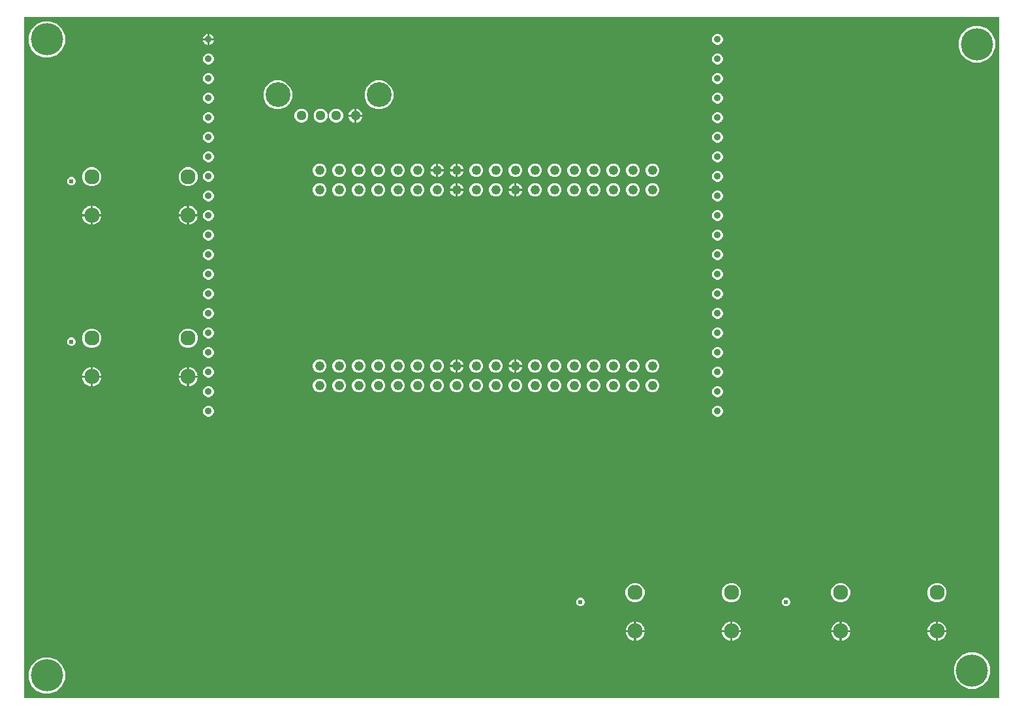
<source format=gbr>
G04 EAGLE Gerber RS-274X export*
G75*
%MOMM*%
%FSLAX34Y34*%
%LPD*%
%INCopper Layer 2*%
%IPPOS*%
%AMOC8*
5,1,8,0,0,1.08239X$1,22.5*%
G01*
%ADD10C,1.288000*%
%ADD11C,3.220000*%
%ADD12C,4.191000*%
%ADD13C,1.244600*%
%ADD14C,1.960000*%
%ADD15C,0.904800*%
%ADD16C,0.609600*%

G36*
X1266718Y2544D02*
X1266718Y2544D01*
X1266737Y2542D01*
X1266839Y2564D01*
X1266941Y2580D01*
X1266958Y2590D01*
X1266978Y2594D01*
X1267067Y2647D01*
X1267158Y2696D01*
X1267172Y2710D01*
X1267189Y2720D01*
X1267256Y2799D01*
X1267328Y2874D01*
X1267336Y2892D01*
X1267349Y2907D01*
X1267388Y3003D01*
X1267431Y3097D01*
X1267433Y3117D01*
X1267441Y3135D01*
X1267459Y3302D01*
X1267459Y885698D01*
X1267456Y885718D01*
X1267458Y885737D01*
X1267436Y885839D01*
X1267420Y885941D01*
X1267410Y885958D01*
X1267406Y885978D01*
X1267353Y886067D01*
X1267304Y886158D01*
X1267290Y886172D01*
X1267280Y886189D01*
X1267201Y886256D01*
X1267126Y886328D01*
X1267108Y886336D01*
X1267093Y886349D01*
X1266997Y886388D01*
X1266903Y886431D01*
X1266883Y886433D01*
X1266865Y886441D01*
X1266698Y886459D01*
X3302Y886459D01*
X3282Y886456D01*
X3263Y886458D01*
X3161Y886436D01*
X3059Y886420D01*
X3042Y886410D01*
X3022Y886406D01*
X2933Y886353D01*
X2842Y886304D01*
X2828Y886290D01*
X2811Y886280D01*
X2744Y886201D01*
X2672Y886126D01*
X2664Y886108D01*
X2651Y886093D01*
X2612Y885997D01*
X2569Y885903D01*
X2567Y885883D01*
X2559Y885865D01*
X2541Y885698D01*
X2541Y3302D01*
X2544Y3282D01*
X2542Y3263D01*
X2564Y3161D01*
X2580Y3059D01*
X2590Y3042D01*
X2594Y3022D01*
X2647Y2933D01*
X2696Y2842D01*
X2710Y2828D01*
X2720Y2811D01*
X2799Y2744D01*
X2874Y2672D01*
X2892Y2664D01*
X2907Y2651D01*
X3003Y2612D01*
X3097Y2569D01*
X3117Y2567D01*
X3135Y2559D01*
X3302Y2541D01*
X1266698Y2541D01*
X1266718Y2544D01*
G37*
%LPC*%
G36*
X27076Y833754D02*
X27076Y833754D01*
X18441Y837331D01*
X11831Y843941D01*
X8254Y852576D01*
X8254Y861924D01*
X11831Y870559D01*
X18441Y877169D01*
X27076Y880746D01*
X36424Y880746D01*
X45059Y877169D01*
X51669Y870559D01*
X55246Y861924D01*
X55246Y852576D01*
X51669Y843941D01*
X45059Y837331D01*
X36424Y833754D01*
X27076Y833754D01*
G37*
%LPD*%
%LPC*%
G36*
X1233576Y827404D02*
X1233576Y827404D01*
X1224941Y830981D01*
X1218331Y837591D01*
X1214754Y846226D01*
X1214754Y855574D01*
X1218331Y864209D01*
X1224941Y870819D01*
X1233576Y874396D01*
X1242924Y874396D01*
X1251559Y870819D01*
X1258169Y864209D01*
X1261746Y855574D01*
X1261746Y846226D01*
X1258169Y837591D01*
X1251559Y830981D01*
X1242924Y827404D01*
X1233576Y827404D01*
G37*
%LPD*%
%LPC*%
G36*
X1227226Y14604D02*
X1227226Y14604D01*
X1218591Y18181D01*
X1211981Y24791D01*
X1208404Y33426D01*
X1208404Y42774D01*
X1211981Y51409D01*
X1218591Y58019D01*
X1227226Y61596D01*
X1236574Y61596D01*
X1245209Y58019D01*
X1251819Y51409D01*
X1255396Y42774D01*
X1255396Y33426D01*
X1251819Y24791D01*
X1245209Y18181D01*
X1236574Y14604D01*
X1227226Y14604D01*
G37*
%LPD*%
%LPC*%
G36*
X27076Y8254D02*
X27076Y8254D01*
X18441Y11831D01*
X11831Y18441D01*
X8254Y27076D01*
X8254Y36424D01*
X11831Y45059D01*
X18441Y51669D01*
X27076Y55246D01*
X36424Y55246D01*
X45059Y51669D01*
X51669Y45059D01*
X55246Y36424D01*
X55246Y27076D01*
X51669Y18441D01*
X45059Y11831D01*
X36424Y8254D01*
X27076Y8254D01*
G37*
%LPD*%
%LPC*%
G36*
X458942Y766649D02*
X458942Y766649D01*
X452091Y769487D01*
X446847Y774731D01*
X444009Y781582D01*
X444009Y788998D01*
X446847Y795849D01*
X452091Y801093D01*
X458942Y803931D01*
X466358Y803931D01*
X473209Y801093D01*
X478453Y795849D01*
X481291Y788998D01*
X481291Y781582D01*
X478453Y774731D01*
X473209Y769487D01*
X466358Y766649D01*
X458942Y766649D01*
G37*
%LPD*%
%LPC*%
G36*
X327542Y766649D02*
X327542Y766649D01*
X320691Y769487D01*
X315447Y774731D01*
X312609Y781582D01*
X312609Y788998D01*
X315447Y795849D01*
X320691Y801093D01*
X327542Y803931D01*
X334958Y803931D01*
X341809Y801093D01*
X347053Y795849D01*
X349891Y788998D01*
X349891Y781582D01*
X347053Y774731D01*
X341809Y769487D01*
X334958Y766649D01*
X327542Y766649D01*
G37*
%LPD*%
%LPC*%
G36*
X792295Y126959D02*
X792295Y126959D01*
X787760Y128838D01*
X784288Y132310D01*
X782409Y136845D01*
X782409Y141755D01*
X784288Y146290D01*
X787760Y149762D01*
X792295Y151641D01*
X797205Y151641D01*
X801740Y149762D01*
X805212Y146290D01*
X807091Y141755D01*
X807091Y136845D01*
X805212Y132310D01*
X801740Y128838D01*
X797205Y126959D01*
X792295Y126959D01*
G37*
%LPD*%
%LPC*%
G36*
X87445Y666709D02*
X87445Y666709D01*
X82910Y668588D01*
X79438Y672060D01*
X77559Y676595D01*
X77559Y681505D01*
X79438Y686040D01*
X82910Y689512D01*
X87445Y691391D01*
X92355Y691391D01*
X96890Y689512D01*
X100362Y686040D01*
X102241Y681505D01*
X102241Y676595D01*
X100362Y672060D01*
X96890Y668588D01*
X92355Y666709D01*
X87445Y666709D01*
G37*
%LPD*%
%LPC*%
G36*
X1058995Y126959D02*
X1058995Y126959D01*
X1054460Y128838D01*
X1050988Y132310D01*
X1049109Y136845D01*
X1049109Y141755D01*
X1050988Y146290D01*
X1054460Y149762D01*
X1058995Y151641D01*
X1063905Y151641D01*
X1068440Y149762D01*
X1071912Y146290D01*
X1073791Y141755D01*
X1073791Y136845D01*
X1071912Y132310D01*
X1068440Y128838D01*
X1063905Y126959D01*
X1058995Y126959D01*
G37*
%LPD*%
%LPC*%
G36*
X1183995Y126959D02*
X1183995Y126959D01*
X1179460Y128838D01*
X1175988Y132310D01*
X1174109Y136845D01*
X1174109Y141755D01*
X1175988Y146290D01*
X1179460Y149762D01*
X1183995Y151641D01*
X1188905Y151641D01*
X1193440Y149762D01*
X1196912Y146290D01*
X1198791Y141755D01*
X1198791Y136845D01*
X1196912Y132310D01*
X1193440Y128838D01*
X1188905Y126959D01*
X1183995Y126959D01*
G37*
%LPD*%
%LPC*%
G36*
X212445Y666709D02*
X212445Y666709D01*
X207910Y668588D01*
X204438Y672060D01*
X202559Y676595D01*
X202559Y681505D01*
X204438Y686040D01*
X207910Y689512D01*
X212445Y691391D01*
X217355Y691391D01*
X221890Y689512D01*
X225362Y686040D01*
X227241Y681505D01*
X227241Y676595D01*
X225362Y672060D01*
X221890Y668588D01*
X217355Y666709D01*
X212445Y666709D01*
G37*
%LPD*%
%LPC*%
G36*
X212445Y457159D02*
X212445Y457159D01*
X207910Y459038D01*
X204438Y462510D01*
X202559Y467045D01*
X202559Y471955D01*
X204438Y476490D01*
X207910Y479962D01*
X212445Y481841D01*
X217355Y481841D01*
X221890Y479962D01*
X225362Y476490D01*
X227241Y471955D01*
X227241Y467045D01*
X225362Y462510D01*
X221890Y459038D01*
X217355Y457159D01*
X212445Y457159D01*
G37*
%LPD*%
%LPC*%
G36*
X87445Y457159D02*
X87445Y457159D01*
X82910Y459038D01*
X79438Y462510D01*
X77559Y467045D01*
X77559Y471955D01*
X79438Y476490D01*
X82910Y479962D01*
X87445Y481841D01*
X92355Y481841D01*
X96890Y479962D01*
X100362Y476490D01*
X102241Y471955D01*
X102241Y467045D01*
X100362Y462510D01*
X96890Y459038D01*
X92355Y457159D01*
X87445Y457159D01*
G37*
%LPD*%
%LPC*%
G36*
X917295Y126959D02*
X917295Y126959D01*
X912760Y128838D01*
X909288Y132310D01*
X907409Y136845D01*
X907409Y141755D01*
X909288Y146290D01*
X912760Y149762D01*
X917295Y151641D01*
X922205Y151641D01*
X926740Y149762D01*
X930212Y146290D01*
X932091Y141755D01*
X932091Y136845D01*
X930212Y132310D01*
X926740Y128838D01*
X922205Y126959D01*
X917295Y126959D01*
G37*
%LPD*%
%LPC*%
G36*
X385164Y749209D02*
X385164Y749209D01*
X381863Y750577D01*
X379337Y753103D01*
X377969Y756404D01*
X377969Y759976D01*
X379337Y763277D01*
X381863Y765803D01*
X385164Y767171D01*
X388736Y767171D01*
X392037Y765803D01*
X394563Y763277D01*
X395931Y759976D01*
X395931Y756404D01*
X394563Y753103D01*
X392037Y750577D01*
X388736Y749209D01*
X385164Y749209D01*
G37*
%LPD*%
%LPC*%
G36*
X360164Y749209D02*
X360164Y749209D01*
X356863Y750577D01*
X354337Y753103D01*
X352969Y756404D01*
X352969Y759976D01*
X354337Y763277D01*
X356863Y765803D01*
X360164Y767171D01*
X363736Y767171D01*
X367037Y765803D01*
X369563Y763277D01*
X370931Y759976D01*
X370931Y756404D01*
X369563Y753103D01*
X367037Y750577D01*
X363736Y749209D01*
X360164Y749209D01*
G37*
%LPD*%
%LPC*%
G36*
X405164Y749209D02*
X405164Y749209D01*
X401863Y750577D01*
X399337Y753103D01*
X397969Y756404D01*
X397969Y759976D01*
X399337Y763277D01*
X401863Y765803D01*
X405164Y767171D01*
X408736Y767171D01*
X412037Y765803D01*
X414563Y763277D01*
X415931Y759976D01*
X415931Y756404D01*
X414563Y753103D01*
X412037Y750577D01*
X408736Y749209D01*
X405164Y749209D01*
G37*
%LPD*%
%LPC*%
G36*
X434547Y653166D02*
X434547Y653166D01*
X431326Y654500D01*
X428860Y656966D01*
X427526Y660187D01*
X427526Y663673D01*
X428860Y666894D01*
X431326Y669360D01*
X434547Y670694D01*
X438033Y670694D01*
X441254Y669360D01*
X443720Y666894D01*
X445054Y663673D01*
X445054Y660187D01*
X443720Y656966D01*
X441254Y654500D01*
X438033Y653166D01*
X434547Y653166D01*
G37*
%LPD*%
%LPC*%
G36*
X790147Y399166D02*
X790147Y399166D01*
X786926Y400500D01*
X784460Y402966D01*
X783126Y406187D01*
X783126Y409673D01*
X784460Y412894D01*
X786926Y415360D01*
X790147Y416694D01*
X793633Y416694D01*
X796854Y415360D01*
X799320Y412894D01*
X800654Y409673D01*
X800654Y406187D01*
X799320Y402966D01*
X796854Y400500D01*
X793633Y399166D01*
X790147Y399166D01*
G37*
%LPD*%
%LPC*%
G36*
X586947Y424566D02*
X586947Y424566D01*
X583726Y425900D01*
X581260Y428366D01*
X579926Y431587D01*
X579926Y435073D01*
X581260Y438294D01*
X583726Y440760D01*
X586947Y442094D01*
X590433Y442094D01*
X593654Y440760D01*
X596120Y438294D01*
X597454Y435073D01*
X597454Y431587D01*
X596120Y428366D01*
X593654Y425900D01*
X590433Y424566D01*
X586947Y424566D01*
G37*
%LPD*%
%LPC*%
G36*
X383747Y424566D02*
X383747Y424566D01*
X380526Y425900D01*
X378060Y428366D01*
X376726Y431587D01*
X376726Y435073D01*
X378060Y438294D01*
X380526Y440760D01*
X383747Y442094D01*
X387233Y442094D01*
X390454Y440760D01*
X392920Y438294D01*
X394254Y435073D01*
X394254Y431587D01*
X392920Y428366D01*
X390454Y425900D01*
X387233Y424566D01*
X383747Y424566D01*
G37*
%LPD*%
%LPC*%
G36*
X815547Y399166D02*
X815547Y399166D01*
X812326Y400500D01*
X809860Y402966D01*
X808526Y406187D01*
X808526Y409673D01*
X809860Y412894D01*
X812326Y415360D01*
X815547Y416694D01*
X819033Y416694D01*
X822254Y415360D01*
X824720Y412894D01*
X826054Y409673D01*
X826054Y406187D01*
X824720Y402966D01*
X822254Y400500D01*
X819033Y399166D01*
X815547Y399166D01*
G37*
%LPD*%
%LPC*%
G36*
X688547Y399166D02*
X688547Y399166D01*
X685326Y400500D01*
X682860Y402966D01*
X681526Y406187D01*
X681526Y409673D01*
X682860Y412894D01*
X685326Y415360D01*
X688547Y416694D01*
X692033Y416694D01*
X695254Y415360D01*
X697720Y412894D01*
X699054Y409673D01*
X699054Y406187D01*
X697720Y402966D01*
X695254Y400500D01*
X692033Y399166D01*
X688547Y399166D01*
G37*
%LPD*%
%LPC*%
G36*
X713947Y399166D02*
X713947Y399166D01*
X710726Y400500D01*
X708260Y402966D01*
X706926Y406187D01*
X706926Y409673D01*
X708260Y412894D01*
X710726Y415360D01*
X713947Y416694D01*
X717433Y416694D01*
X720654Y415360D01*
X723120Y412894D01*
X724454Y409673D01*
X724454Y406187D01*
X723120Y402966D01*
X720654Y400500D01*
X717433Y399166D01*
X713947Y399166D01*
G37*
%LPD*%
%LPC*%
G36*
X790147Y424566D02*
X790147Y424566D01*
X786926Y425900D01*
X784460Y428366D01*
X783126Y431587D01*
X783126Y435073D01*
X784460Y438294D01*
X786926Y440760D01*
X790147Y442094D01*
X793633Y442094D01*
X796854Y440760D01*
X799320Y438294D01*
X800654Y435073D01*
X800654Y431587D01*
X799320Y428366D01*
X796854Y425900D01*
X793633Y424566D01*
X790147Y424566D01*
G37*
%LPD*%
%LPC*%
G36*
X815547Y424566D02*
X815547Y424566D01*
X812326Y425900D01*
X809860Y428366D01*
X808526Y431587D01*
X808526Y435073D01*
X809860Y438294D01*
X812326Y440760D01*
X815547Y442094D01*
X819033Y442094D01*
X822254Y440760D01*
X824720Y438294D01*
X826054Y435073D01*
X826054Y431587D01*
X824720Y428366D01*
X822254Y425900D01*
X819033Y424566D01*
X815547Y424566D01*
G37*
%LPD*%
%LPC*%
G36*
X409147Y424566D02*
X409147Y424566D01*
X405926Y425900D01*
X403460Y428366D01*
X402126Y431587D01*
X402126Y435073D01*
X403460Y438294D01*
X405926Y440760D01*
X409147Y442094D01*
X412633Y442094D01*
X415854Y440760D01*
X418320Y438294D01*
X419654Y435073D01*
X419654Y431587D01*
X418320Y428366D01*
X415854Y425900D01*
X412633Y424566D01*
X409147Y424566D01*
G37*
%LPD*%
%LPC*%
G36*
X434547Y424566D02*
X434547Y424566D01*
X431326Y425900D01*
X428860Y428366D01*
X427526Y431587D01*
X427526Y435073D01*
X428860Y438294D01*
X431326Y440760D01*
X434547Y442094D01*
X438033Y442094D01*
X441254Y440760D01*
X443720Y438294D01*
X445054Y435073D01*
X445054Y431587D01*
X443720Y428366D01*
X441254Y425900D01*
X438033Y424566D01*
X434547Y424566D01*
G37*
%LPD*%
%LPC*%
G36*
X459947Y424566D02*
X459947Y424566D01*
X456726Y425900D01*
X454260Y428366D01*
X452926Y431587D01*
X452926Y435073D01*
X454260Y438294D01*
X456726Y440760D01*
X459947Y442094D01*
X463433Y442094D01*
X466654Y440760D01*
X469120Y438294D01*
X470454Y435073D01*
X470454Y431587D01*
X469120Y428366D01*
X466654Y425900D01*
X463433Y424566D01*
X459947Y424566D01*
G37*
%LPD*%
%LPC*%
G36*
X485347Y424566D02*
X485347Y424566D01*
X482126Y425900D01*
X479660Y428366D01*
X478326Y431587D01*
X478326Y435073D01*
X479660Y438294D01*
X482126Y440760D01*
X485347Y442094D01*
X488833Y442094D01*
X492054Y440760D01*
X494520Y438294D01*
X495854Y435073D01*
X495854Y431587D01*
X494520Y428366D01*
X492054Y425900D01*
X488833Y424566D01*
X485347Y424566D01*
G37*
%LPD*%
%LPC*%
G36*
X612347Y424566D02*
X612347Y424566D01*
X609126Y425900D01*
X606660Y428366D01*
X605326Y431587D01*
X605326Y435073D01*
X606660Y438294D01*
X609126Y440760D01*
X612347Y442094D01*
X615833Y442094D01*
X619054Y440760D01*
X621520Y438294D01*
X622854Y435073D01*
X622854Y431587D01*
X621520Y428366D01*
X619054Y425900D01*
X615833Y424566D01*
X612347Y424566D01*
G37*
%LPD*%
%LPC*%
G36*
X663147Y424566D02*
X663147Y424566D01*
X659926Y425900D01*
X657460Y428366D01*
X656126Y431587D01*
X656126Y435073D01*
X657460Y438294D01*
X659926Y440760D01*
X663147Y442094D01*
X666633Y442094D01*
X669854Y440760D01*
X672320Y438294D01*
X673654Y435073D01*
X673654Y431587D01*
X672320Y428366D01*
X669854Y425900D01*
X666633Y424566D01*
X663147Y424566D01*
G37*
%LPD*%
%LPC*%
G36*
X383747Y399166D02*
X383747Y399166D01*
X380526Y400500D01*
X378060Y402966D01*
X376726Y406187D01*
X376726Y409673D01*
X378060Y412894D01*
X380526Y415360D01*
X383747Y416694D01*
X387233Y416694D01*
X390454Y415360D01*
X392920Y412894D01*
X394254Y409673D01*
X394254Y406187D01*
X392920Y402966D01*
X390454Y400500D01*
X387233Y399166D01*
X383747Y399166D01*
G37*
%LPD*%
%LPC*%
G36*
X409147Y399166D02*
X409147Y399166D01*
X405926Y400500D01*
X403460Y402966D01*
X402126Y406187D01*
X402126Y409673D01*
X403460Y412894D01*
X405926Y415360D01*
X409147Y416694D01*
X412633Y416694D01*
X415854Y415360D01*
X418320Y412894D01*
X419654Y409673D01*
X419654Y406187D01*
X418320Y402966D01*
X415854Y400500D01*
X412633Y399166D01*
X409147Y399166D01*
G37*
%LPD*%
%LPC*%
G36*
X688547Y424566D02*
X688547Y424566D01*
X685326Y425900D01*
X682860Y428366D01*
X681526Y431587D01*
X681526Y435073D01*
X682860Y438294D01*
X685326Y440760D01*
X688547Y442094D01*
X692033Y442094D01*
X695254Y440760D01*
X697720Y438294D01*
X699054Y435073D01*
X699054Y431587D01*
X697720Y428366D01*
X695254Y425900D01*
X692033Y424566D01*
X688547Y424566D01*
G37*
%LPD*%
%LPC*%
G36*
X713947Y424566D02*
X713947Y424566D01*
X710726Y425900D01*
X708260Y428366D01*
X706926Y431587D01*
X706926Y435073D01*
X708260Y438294D01*
X710726Y440760D01*
X713947Y442094D01*
X717433Y442094D01*
X720654Y440760D01*
X723120Y438294D01*
X724454Y435073D01*
X724454Y431587D01*
X723120Y428366D01*
X720654Y425900D01*
X717433Y424566D01*
X713947Y424566D01*
G37*
%LPD*%
%LPC*%
G36*
X510747Y424566D02*
X510747Y424566D01*
X507526Y425900D01*
X505060Y428366D01*
X503726Y431587D01*
X503726Y435073D01*
X505060Y438294D01*
X507526Y440760D01*
X510747Y442094D01*
X514233Y442094D01*
X517454Y440760D01*
X519920Y438294D01*
X521254Y435073D01*
X521254Y431587D01*
X519920Y428366D01*
X517454Y425900D01*
X514233Y424566D01*
X510747Y424566D01*
G37*
%LPD*%
%LPC*%
G36*
X536147Y424566D02*
X536147Y424566D01*
X532926Y425900D01*
X530460Y428366D01*
X529126Y431587D01*
X529126Y435073D01*
X530460Y438294D01*
X532926Y440760D01*
X536147Y442094D01*
X539633Y442094D01*
X542854Y440760D01*
X545320Y438294D01*
X546654Y435073D01*
X546654Y431587D01*
X545320Y428366D01*
X542854Y425900D01*
X539633Y424566D01*
X536147Y424566D01*
G37*
%LPD*%
%LPC*%
G36*
X409147Y678566D02*
X409147Y678566D01*
X405926Y679900D01*
X403460Y682366D01*
X402126Y685587D01*
X402126Y689073D01*
X403460Y692294D01*
X405926Y694760D01*
X409147Y696094D01*
X412633Y696094D01*
X415854Y694760D01*
X418320Y692294D01*
X419654Y689073D01*
X419654Y685587D01*
X418320Y682366D01*
X415854Y679900D01*
X412633Y678566D01*
X409147Y678566D01*
G37*
%LPD*%
%LPC*%
G36*
X383747Y678566D02*
X383747Y678566D01*
X380526Y679900D01*
X378060Y682366D01*
X376726Y685587D01*
X376726Y689073D01*
X378060Y692294D01*
X380526Y694760D01*
X383747Y696094D01*
X387233Y696094D01*
X390454Y694760D01*
X392920Y692294D01*
X394254Y689073D01*
X394254Y685587D01*
X392920Y682366D01*
X390454Y679900D01*
X387233Y678566D01*
X383747Y678566D01*
G37*
%LPD*%
%LPC*%
G36*
X815547Y678566D02*
X815547Y678566D01*
X812326Y679900D01*
X809860Y682366D01*
X808526Y685587D01*
X808526Y689073D01*
X809860Y692294D01*
X812326Y694760D01*
X815547Y696094D01*
X819033Y696094D01*
X822254Y694760D01*
X824720Y692294D01*
X826054Y689073D01*
X826054Y685587D01*
X824720Y682366D01*
X822254Y679900D01*
X819033Y678566D01*
X815547Y678566D01*
G37*
%LPD*%
%LPC*%
G36*
X790147Y678566D02*
X790147Y678566D01*
X786926Y679900D01*
X784460Y682366D01*
X783126Y685587D01*
X783126Y689073D01*
X784460Y692294D01*
X786926Y694760D01*
X790147Y696094D01*
X793633Y696094D01*
X796854Y694760D01*
X799320Y692294D01*
X800654Y689073D01*
X800654Y685587D01*
X799320Y682366D01*
X796854Y679900D01*
X793633Y678566D01*
X790147Y678566D01*
G37*
%LPD*%
%LPC*%
G36*
X764747Y678566D02*
X764747Y678566D01*
X761526Y679900D01*
X759060Y682366D01*
X757726Y685587D01*
X757726Y689073D01*
X759060Y692294D01*
X761526Y694760D01*
X764747Y696094D01*
X768233Y696094D01*
X771454Y694760D01*
X773920Y692294D01*
X775254Y689073D01*
X775254Y685587D01*
X773920Y682366D01*
X771454Y679900D01*
X768233Y678566D01*
X764747Y678566D01*
G37*
%LPD*%
%LPC*%
G36*
X739347Y678566D02*
X739347Y678566D01*
X736126Y679900D01*
X733660Y682366D01*
X732326Y685587D01*
X732326Y689073D01*
X733660Y692294D01*
X736126Y694760D01*
X739347Y696094D01*
X742833Y696094D01*
X746054Y694760D01*
X748520Y692294D01*
X749854Y689073D01*
X749854Y685587D01*
X748520Y682366D01*
X746054Y679900D01*
X742833Y678566D01*
X739347Y678566D01*
G37*
%LPD*%
%LPC*%
G36*
X713947Y678566D02*
X713947Y678566D01*
X710726Y679900D01*
X708260Y682366D01*
X706926Y685587D01*
X706926Y689073D01*
X708260Y692294D01*
X710726Y694760D01*
X713947Y696094D01*
X717433Y696094D01*
X720654Y694760D01*
X723120Y692294D01*
X724454Y689073D01*
X724454Y685587D01*
X723120Y682366D01*
X720654Y679900D01*
X717433Y678566D01*
X713947Y678566D01*
G37*
%LPD*%
%LPC*%
G36*
X688547Y678566D02*
X688547Y678566D01*
X685326Y679900D01*
X682860Y682366D01*
X681526Y685587D01*
X681526Y689073D01*
X682860Y692294D01*
X685326Y694760D01*
X688547Y696094D01*
X692033Y696094D01*
X695254Y694760D01*
X697720Y692294D01*
X699054Y689073D01*
X699054Y685587D01*
X697720Y682366D01*
X695254Y679900D01*
X692033Y678566D01*
X688547Y678566D01*
G37*
%LPD*%
%LPC*%
G36*
X663147Y678566D02*
X663147Y678566D01*
X659926Y679900D01*
X657460Y682366D01*
X656126Y685587D01*
X656126Y689073D01*
X657460Y692294D01*
X659926Y694760D01*
X663147Y696094D01*
X666633Y696094D01*
X669854Y694760D01*
X672320Y692294D01*
X673654Y689073D01*
X673654Y685587D01*
X672320Y682366D01*
X669854Y679900D01*
X666633Y678566D01*
X663147Y678566D01*
G37*
%LPD*%
%LPC*%
G36*
X637747Y678566D02*
X637747Y678566D01*
X634526Y679900D01*
X632060Y682366D01*
X630726Y685587D01*
X630726Y689073D01*
X632060Y692294D01*
X634526Y694760D01*
X637747Y696094D01*
X641233Y696094D01*
X644454Y694760D01*
X646920Y692294D01*
X648254Y689073D01*
X648254Y685587D01*
X646920Y682366D01*
X644454Y679900D01*
X641233Y678566D01*
X637747Y678566D01*
G37*
%LPD*%
%LPC*%
G36*
X612347Y678566D02*
X612347Y678566D01*
X609126Y679900D01*
X606660Y682366D01*
X605326Y685587D01*
X605326Y689073D01*
X606660Y692294D01*
X609126Y694760D01*
X612347Y696094D01*
X615833Y696094D01*
X619054Y694760D01*
X621520Y692294D01*
X622854Y689073D01*
X622854Y685587D01*
X621520Y682366D01*
X619054Y679900D01*
X615833Y678566D01*
X612347Y678566D01*
G37*
%LPD*%
%LPC*%
G36*
X586947Y678566D02*
X586947Y678566D01*
X583726Y679900D01*
X581260Y682366D01*
X579926Y685587D01*
X579926Y689073D01*
X581260Y692294D01*
X583726Y694760D01*
X586947Y696094D01*
X590433Y696094D01*
X593654Y694760D01*
X596120Y692294D01*
X597454Y689073D01*
X597454Y685587D01*
X596120Y682366D01*
X593654Y679900D01*
X590433Y678566D01*
X586947Y678566D01*
G37*
%LPD*%
%LPC*%
G36*
X510747Y678566D02*
X510747Y678566D01*
X507526Y679900D01*
X505060Y682366D01*
X503726Y685587D01*
X503726Y689073D01*
X505060Y692294D01*
X507526Y694760D01*
X510747Y696094D01*
X514233Y696094D01*
X517454Y694760D01*
X519920Y692294D01*
X521254Y689073D01*
X521254Y685587D01*
X519920Y682366D01*
X517454Y679900D01*
X514233Y678566D01*
X510747Y678566D01*
G37*
%LPD*%
%LPC*%
G36*
X485347Y678566D02*
X485347Y678566D01*
X482126Y679900D01*
X479660Y682366D01*
X478326Y685587D01*
X478326Y689073D01*
X479660Y692294D01*
X482126Y694760D01*
X485347Y696094D01*
X488833Y696094D01*
X492054Y694760D01*
X494520Y692294D01*
X495854Y689073D01*
X495854Y685587D01*
X494520Y682366D01*
X492054Y679900D01*
X488833Y678566D01*
X485347Y678566D01*
G37*
%LPD*%
%LPC*%
G36*
X459947Y678566D02*
X459947Y678566D01*
X456726Y679900D01*
X454260Y682366D01*
X452926Y685587D01*
X452926Y689073D01*
X454260Y692294D01*
X456726Y694760D01*
X459947Y696094D01*
X463433Y696094D01*
X466654Y694760D01*
X469120Y692294D01*
X470454Y689073D01*
X470454Y685587D01*
X469120Y682366D01*
X466654Y679900D01*
X463433Y678566D01*
X459947Y678566D01*
G37*
%LPD*%
%LPC*%
G36*
X434547Y678566D02*
X434547Y678566D01*
X431326Y679900D01*
X428860Y682366D01*
X427526Y685587D01*
X427526Y689073D01*
X428860Y692294D01*
X431326Y694760D01*
X434547Y696094D01*
X438033Y696094D01*
X441254Y694760D01*
X443720Y692294D01*
X445054Y689073D01*
X445054Y685587D01*
X443720Y682366D01*
X441254Y679900D01*
X438033Y678566D01*
X434547Y678566D01*
G37*
%LPD*%
%LPC*%
G36*
X434547Y399166D02*
X434547Y399166D01*
X431326Y400500D01*
X428860Y402966D01*
X427526Y406187D01*
X427526Y409673D01*
X428860Y412894D01*
X431326Y415360D01*
X434547Y416694D01*
X438033Y416694D01*
X441254Y415360D01*
X443720Y412894D01*
X445054Y409673D01*
X445054Y406187D01*
X443720Y402966D01*
X441254Y400500D01*
X438033Y399166D01*
X434547Y399166D01*
G37*
%LPD*%
%LPC*%
G36*
X459947Y399166D02*
X459947Y399166D01*
X456726Y400500D01*
X454260Y402966D01*
X452926Y406187D01*
X452926Y409673D01*
X454260Y412894D01*
X456726Y415360D01*
X459947Y416694D01*
X463433Y416694D01*
X466654Y415360D01*
X469120Y412894D01*
X470454Y409673D01*
X470454Y406187D01*
X469120Y402966D01*
X466654Y400500D01*
X463433Y399166D01*
X459947Y399166D01*
G37*
%LPD*%
%LPC*%
G36*
X485347Y399166D02*
X485347Y399166D01*
X482126Y400500D01*
X479660Y402966D01*
X478326Y406187D01*
X478326Y409673D01*
X479660Y412894D01*
X482126Y415360D01*
X485347Y416694D01*
X488833Y416694D01*
X492054Y415360D01*
X494520Y412894D01*
X495854Y409673D01*
X495854Y406187D01*
X494520Y402966D01*
X492054Y400500D01*
X488833Y399166D01*
X485347Y399166D01*
G37*
%LPD*%
%LPC*%
G36*
X510747Y399166D02*
X510747Y399166D01*
X507526Y400500D01*
X505060Y402966D01*
X503726Y406187D01*
X503726Y409673D01*
X505060Y412894D01*
X507526Y415360D01*
X510747Y416694D01*
X514233Y416694D01*
X517454Y415360D01*
X519920Y412894D01*
X521254Y409673D01*
X521254Y406187D01*
X519920Y402966D01*
X517454Y400500D01*
X514233Y399166D01*
X510747Y399166D01*
G37*
%LPD*%
%LPC*%
G36*
X586947Y399166D02*
X586947Y399166D01*
X583726Y400500D01*
X581260Y402966D01*
X579926Y406187D01*
X579926Y409673D01*
X581260Y412894D01*
X583726Y415360D01*
X586947Y416694D01*
X590433Y416694D01*
X593654Y415360D01*
X596120Y412894D01*
X597454Y409673D01*
X597454Y406187D01*
X596120Y402966D01*
X593654Y400500D01*
X590433Y399166D01*
X586947Y399166D01*
G37*
%LPD*%
%LPC*%
G36*
X612347Y399166D02*
X612347Y399166D01*
X609126Y400500D01*
X606660Y402966D01*
X605326Y406187D01*
X605326Y409673D01*
X606660Y412894D01*
X609126Y415360D01*
X612347Y416694D01*
X615833Y416694D01*
X619054Y415360D01*
X621520Y412894D01*
X622854Y409673D01*
X622854Y406187D01*
X621520Y402966D01*
X619054Y400500D01*
X615833Y399166D01*
X612347Y399166D01*
G37*
%LPD*%
%LPC*%
G36*
X637747Y399166D02*
X637747Y399166D01*
X634526Y400500D01*
X632060Y402966D01*
X630726Y406187D01*
X630726Y409673D01*
X632060Y412894D01*
X634526Y415360D01*
X637747Y416694D01*
X641233Y416694D01*
X644454Y415360D01*
X646920Y412894D01*
X648254Y409673D01*
X648254Y406187D01*
X646920Y402966D01*
X644454Y400500D01*
X641233Y399166D01*
X637747Y399166D01*
G37*
%LPD*%
%LPC*%
G36*
X739347Y424566D02*
X739347Y424566D01*
X736126Y425900D01*
X733660Y428366D01*
X732326Y431587D01*
X732326Y435073D01*
X733660Y438294D01*
X736126Y440760D01*
X739347Y442094D01*
X742833Y442094D01*
X746054Y440760D01*
X748520Y438294D01*
X749854Y435073D01*
X749854Y431587D01*
X748520Y428366D01*
X746054Y425900D01*
X742833Y424566D01*
X739347Y424566D01*
G37*
%LPD*%
%LPC*%
G36*
X764747Y424566D02*
X764747Y424566D01*
X761526Y425900D01*
X759060Y428366D01*
X757726Y431587D01*
X757726Y435073D01*
X759060Y438294D01*
X761526Y440760D01*
X764747Y442094D01*
X768233Y442094D01*
X771454Y440760D01*
X773920Y438294D01*
X775254Y435073D01*
X775254Y431587D01*
X773920Y428366D01*
X771454Y425900D01*
X768233Y424566D01*
X764747Y424566D01*
G37*
%LPD*%
%LPC*%
G36*
X663147Y399166D02*
X663147Y399166D01*
X659926Y400500D01*
X657460Y402966D01*
X656126Y406187D01*
X656126Y409673D01*
X657460Y412894D01*
X659926Y415360D01*
X663147Y416694D01*
X666633Y416694D01*
X669854Y415360D01*
X672320Y412894D01*
X673654Y409673D01*
X673654Y406187D01*
X672320Y402966D01*
X669854Y400500D01*
X666633Y399166D01*
X663147Y399166D01*
G37*
%LPD*%
%LPC*%
G36*
X536147Y399166D02*
X536147Y399166D01*
X532926Y400500D01*
X530460Y402966D01*
X529126Y406187D01*
X529126Y409673D01*
X530460Y412894D01*
X532926Y415360D01*
X536147Y416694D01*
X539633Y416694D01*
X542854Y415360D01*
X545320Y412894D01*
X546654Y409673D01*
X546654Y406187D01*
X545320Y402966D01*
X542854Y400500D01*
X539633Y399166D01*
X536147Y399166D01*
G37*
%LPD*%
%LPC*%
G36*
X561547Y399166D02*
X561547Y399166D01*
X558326Y400500D01*
X555860Y402966D01*
X554526Y406187D01*
X554526Y409673D01*
X555860Y412894D01*
X558326Y415360D01*
X561547Y416694D01*
X565033Y416694D01*
X568254Y415360D01*
X570720Y412894D01*
X572054Y409673D01*
X572054Y406187D01*
X570720Y402966D01*
X568254Y400500D01*
X565033Y399166D01*
X561547Y399166D01*
G37*
%LPD*%
%LPC*%
G36*
X739347Y399166D02*
X739347Y399166D01*
X736126Y400500D01*
X733660Y402966D01*
X732326Y406187D01*
X732326Y409673D01*
X733660Y412894D01*
X736126Y415360D01*
X739347Y416694D01*
X742833Y416694D01*
X746054Y415360D01*
X748520Y412894D01*
X749854Y409673D01*
X749854Y406187D01*
X748520Y402966D01*
X746054Y400500D01*
X742833Y399166D01*
X739347Y399166D01*
G37*
%LPD*%
%LPC*%
G36*
X764747Y399166D02*
X764747Y399166D01*
X761526Y400500D01*
X759060Y402966D01*
X757726Y406187D01*
X757726Y409673D01*
X759060Y412894D01*
X761526Y415360D01*
X764747Y416694D01*
X768233Y416694D01*
X771454Y415360D01*
X773920Y412894D01*
X775254Y409673D01*
X775254Y406187D01*
X773920Y402966D01*
X771454Y400500D01*
X768233Y399166D01*
X764747Y399166D01*
G37*
%LPD*%
%LPC*%
G36*
X409147Y653166D02*
X409147Y653166D01*
X405926Y654500D01*
X403460Y656966D01*
X402126Y660187D01*
X402126Y663673D01*
X403460Y666894D01*
X405926Y669360D01*
X409147Y670694D01*
X412633Y670694D01*
X415854Y669360D01*
X418320Y666894D01*
X419654Y663673D01*
X419654Y660187D01*
X418320Y656966D01*
X415854Y654500D01*
X412633Y653166D01*
X409147Y653166D01*
G37*
%LPD*%
%LPC*%
G36*
X383747Y653166D02*
X383747Y653166D01*
X380526Y654500D01*
X378060Y656966D01*
X376726Y660187D01*
X376726Y663673D01*
X378060Y666894D01*
X380526Y669360D01*
X383747Y670694D01*
X387233Y670694D01*
X390454Y669360D01*
X392920Y666894D01*
X394254Y663673D01*
X394254Y660187D01*
X392920Y656966D01*
X390454Y654500D01*
X387233Y653166D01*
X383747Y653166D01*
G37*
%LPD*%
%LPC*%
G36*
X815547Y653166D02*
X815547Y653166D01*
X812326Y654500D01*
X809860Y656966D01*
X808526Y660187D01*
X808526Y663673D01*
X809860Y666894D01*
X812326Y669360D01*
X815547Y670694D01*
X819033Y670694D01*
X822254Y669360D01*
X824720Y666894D01*
X826054Y663673D01*
X826054Y660187D01*
X824720Y656966D01*
X822254Y654500D01*
X819033Y653166D01*
X815547Y653166D01*
G37*
%LPD*%
%LPC*%
G36*
X790147Y653166D02*
X790147Y653166D01*
X786926Y654500D01*
X784460Y656966D01*
X783126Y660187D01*
X783126Y663673D01*
X784460Y666894D01*
X786926Y669360D01*
X790147Y670694D01*
X793633Y670694D01*
X796854Y669360D01*
X799320Y666894D01*
X800654Y663673D01*
X800654Y660187D01*
X799320Y656966D01*
X796854Y654500D01*
X793633Y653166D01*
X790147Y653166D01*
G37*
%LPD*%
%LPC*%
G36*
X764747Y653166D02*
X764747Y653166D01*
X761526Y654500D01*
X759060Y656966D01*
X757726Y660187D01*
X757726Y663673D01*
X759060Y666894D01*
X761526Y669360D01*
X764747Y670694D01*
X768233Y670694D01*
X771454Y669360D01*
X773920Y666894D01*
X775254Y663673D01*
X775254Y660187D01*
X773920Y656966D01*
X771454Y654500D01*
X768233Y653166D01*
X764747Y653166D01*
G37*
%LPD*%
%LPC*%
G36*
X739347Y653166D02*
X739347Y653166D01*
X736126Y654500D01*
X733660Y656966D01*
X732326Y660187D01*
X732326Y663673D01*
X733660Y666894D01*
X736126Y669360D01*
X739347Y670694D01*
X742833Y670694D01*
X746054Y669360D01*
X748520Y666894D01*
X749854Y663673D01*
X749854Y660187D01*
X748520Y656966D01*
X746054Y654500D01*
X742833Y653166D01*
X739347Y653166D01*
G37*
%LPD*%
%LPC*%
G36*
X713947Y653166D02*
X713947Y653166D01*
X710726Y654500D01*
X708260Y656966D01*
X706926Y660187D01*
X706926Y663673D01*
X708260Y666894D01*
X710726Y669360D01*
X713947Y670694D01*
X717433Y670694D01*
X720654Y669360D01*
X723120Y666894D01*
X724454Y663673D01*
X724454Y660187D01*
X723120Y656966D01*
X720654Y654500D01*
X717433Y653166D01*
X713947Y653166D01*
G37*
%LPD*%
%LPC*%
G36*
X688547Y653166D02*
X688547Y653166D01*
X685326Y654500D01*
X682860Y656966D01*
X681526Y660187D01*
X681526Y663673D01*
X682860Y666894D01*
X685326Y669360D01*
X688547Y670694D01*
X692033Y670694D01*
X695254Y669360D01*
X697720Y666894D01*
X699054Y663673D01*
X699054Y660187D01*
X697720Y656966D01*
X695254Y654500D01*
X692033Y653166D01*
X688547Y653166D01*
G37*
%LPD*%
%LPC*%
G36*
X663147Y653166D02*
X663147Y653166D01*
X659926Y654500D01*
X657460Y656966D01*
X656126Y660187D01*
X656126Y663673D01*
X657460Y666894D01*
X659926Y669360D01*
X663147Y670694D01*
X666633Y670694D01*
X669854Y669360D01*
X672320Y666894D01*
X673654Y663673D01*
X673654Y660187D01*
X672320Y656966D01*
X669854Y654500D01*
X666633Y653166D01*
X663147Y653166D01*
G37*
%LPD*%
%LPC*%
G36*
X612347Y653166D02*
X612347Y653166D01*
X609126Y654500D01*
X606660Y656966D01*
X605326Y660187D01*
X605326Y663673D01*
X606660Y666894D01*
X609126Y669360D01*
X612347Y670694D01*
X615833Y670694D01*
X619054Y669360D01*
X621520Y666894D01*
X622854Y663673D01*
X622854Y660187D01*
X621520Y656966D01*
X619054Y654500D01*
X615833Y653166D01*
X612347Y653166D01*
G37*
%LPD*%
%LPC*%
G36*
X586947Y653166D02*
X586947Y653166D01*
X583726Y654500D01*
X581260Y656966D01*
X579926Y660187D01*
X579926Y663673D01*
X581260Y666894D01*
X583726Y669360D01*
X586947Y670694D01*
X590433Y670694D01*
X593654Y669360D01*
X596120Y666894D01*
X597454Y663673D01*
X597454Y660187D01*
X596120Y656966D01*
X593654Y654500D01*
X590433Y653166D01*
X586947Y653166D01*
G37*
%LPD*%
%LPC*%
G36*
X536147Y653166D02*
X536147Y653166D01*
X532926Y654500D01*
X530460Y656966D01*
X529126Y660187D01*
X529126Y663673D01*
X530460Y666894D01*
X532926Y669360D01*
X536147Y670694D01*
X539633Y670694D01*
X542854Y669360D01*
X545320Y666894D01*
X546654Y663673D01*
X546654Y660187D01*
X545320Y656966D01*
X542854Y654500D01*
X539633Y653166D01*
X536147Y653166D01*
G37*
%LPD*%
%LPC*%
G36*
X510747Y653166D02*
X510747Y653166D01*
X507526Y654500D01*
X505060Y656966D01*
X503726Y660187D01*
X503726Y663673D01*
X505060Y666894D01*
X507526Y669360D01*
X510747Y670694D01*
X514233Y670694D01*
X517454Y669360D01*
X519920Y666894D01*
X521254Y663673D01*
X521254Y660187D01*
X519920Y656966D01*
X517454Y654500D01*
X514233Y653166D01*
X510747Y653166D01*
G37*
%LPD*%
%LPC*%
G36*
X485347Y653166D02*
X485347Y653166D01*
X482126Y654500D01*
X479660Y656966D01*
X478326Y660187D01*
X478326Y663673D01*
X479660Y666894D01*
X482126Y669360D01*
X485347Y670694D01*
X488833Y670694D01*
X492054Y669360D01*
X494520Y666894D01*
X495854Y663673D01*
X495854Y660187D01*
X494520Y656966D01*
X492054Y654500D01*
X488833Y653166D01*
X485347Y653166D01*
G37*
%LPD*%
%LPC*%
G36*
X459947Y653166D02*
X459947Y653166D01*
X456726Y654500D01*
X454260Y656966D01*
X452926Y660187D01*
X452926Y663673D01*
X454260Y666894D01*
X456726Y669360D01*
X459947Y670694D01*
X463433Y670694D01*
X466654Y669360D01*
X469120Y666894D01*
X470454Y663673D01*
X470454Y660187D01*
X469120Y656966D01*
X466654Y654500D01*
X463433Y653166D01*
X459947Y653166D01*
G37*
%LPD*%
%LPC*%
G36*
X900295Y850185D02*
X900295Y850185D01*
X897698Y851261D01*
X895711Y853248D01*
X894635Y855845D01*
X894635Y858655D01*
X895711Y861252D01*
X897698Y863239D01*
X900295Y864315D01*
X903105Y864315D01*
X905702Y863239D01*
X907689Y861252D01*
X908765Y858655D01*
X908765Y855845D01*
X907689Y853248D01*
X905702Y851261D01*
X903105Y850185D01*
X900295Y850185D01*
G37*
%LPD*%
%LPC*%
G36*
X239895Y367585D02*
X239895Y367585D01*
X237298Y368661D01*
X235311Y370648D01*
X234235Y373245D01*
X234235Y376055D01*
X235311Y378652D01*
X237298Y380639D01*
X239895Y381715D01*
X242705Y381715D01*
X245302Y380639D01*
X247289Y378652D01*
X248365Y376055D01*
X248365Y373245D01*
X247289Y370648D01*
X245302Y368661D01*
X242705Y367585D01*
X239895Y367585D01*
G37*
%LPD*%
%LPC*%
G36*
X239895Y545385D02*
X239895Y545385D01*
X237298Y546461D01*
X235311Y548448D01*
X234235Y551045D01*
X234235Y553855D01*
X235311Y556452D01*
X237298Y558439D01*
X239895Y559515D01*
X242705Y559515D01*
X245302Y558439D01*
X247289Y556452D01*
X248365Y553855D01*
X248365Y551045D01*
X247289Y548448D01*
X245302Y546461D01*
X242705Y545385D01*
X239895Y545385D01*
G37*
%LPD*%
%LPC*%
G36*
X900295Y519985D02*
X900295Y519985D01*
X897698Y521061D01*
X895711Y523048D01*
X894635Y525645D01*
X894635Y528455D01*
X895711Y531052D01*
X897698Y533039D01*
X900295Y534115D01*
X903105Y534115D01*
X905702Y533039D01*
X907689Y531052D01*
X908765Y528455D01*
X908765Y525645D01*
X907689Y523048D01*
X905702Y521061D01*
X903105Y519985D01*
X900295Y519985D01*
G37*
%LPD*%
%LPC*%
G36*
X900295Y570785D02*
X900295Y570785D01*
X897698Y571861D01*
X895711Y573848D01*
X894635Y576445D01*
X894635Y579255D01*
X895711Y581852D01*
X897698Y583839D01*
X900295Y584915D01*
X903105Y584915D01*
X905702Y583839D01*
X907689Y581852D01*
X908765Y579255D01*
X908765Y576445D01*
X907689Y573848D01*
X905702Y571861D01*
X903105Y570785D01*
X900295Y570785D01*
G37*
%LPD*%
%LPC*%
G36*
X900295Y824785D02*
X900295Y824785D01*
X897698Y825861D01*
X895711Y827848D01*
X894635Y830445D01*
X894635Y833255D01*
X895711Y835852D01*
X897698Y837839D01*
X900295Y838915D01*
X903105Y838915D01*
X905702Y837839D01*
X907689Y835852D01*
X908765Y833255D01*
X908765Y830445D01*
X907689Y827848D01*
X905702Y825861D01*
X903105Y824785D01*
X900295Y824785D01*
G37*
%LPD*%
%LPC*%
G36*
X239895Y824785D02*
X239895Y824785D01*
X237298Y825861D01*
X235311Y827848D01*
X234235Y830445D01*
X234235Y833255D01*
X235311Y835852D01*
X237298Y837839D01*
X239895Y838915D01*
X242705Y838915D01*
X245302Y837839D01*
X247289Y835852D01*
X248365Y833255D01*
X248365Y830445D01*
X247289Y827848D01*
X245302Y825861D01*
X242705Y824785D01*
X239895Y824785D01*
G37*
%LPD*%
%LPC*%
G36*
X900295Y799385D02*
X900295Y799385D01*
X897698Y800461D01*
X895711Y802448D01*
X894635Y805045D01*
X894635Y807855D01*
X895711Y810452D01*
X897698Y812439D01*
X900295Y813515D01*
X903105Y813515D01*
X905702Y812439D01*
X907689Y810452D01*
X908765Y807855D01*
X908765Y805045D01*
X907689Y802448D01*
X905702Y800461D01*
X903105Y799385D01*
X900295Y799385D01*
G37*
%LPD*%
%LPC*%
G36*
X239895Y799385D02*
X239895Y799385D01*
X237298Y800461D01*
X235311Y802448D01*
X234235Y805045D01*
X234235Y807855D01*
X235311Y810452D01*
X237298Y812439D01*
X239895Y813515D01*
X242705Y813515D01*
X245302Y812439D01*
X247289Y810452D01*
X248365Y807855D01*
X248365Y805045D01*
X247289Y802448D01*
X245302Y800461D01*
X242705Y799385D01*
X239895Y799385D01*
G37*
%LPD*%
%LPC*%
G36*
X900295Y773985D02*
X900295Y773985D01*
X897698Y775061D01*
X895711Y777048D01*
X894635Y779645D01*
X894635Y782455D01*
X895711Y785052D01*
X897698Y787039D01*
X900295Y788115D01*
X903105Y788115D01*
X905702Y787039D01*
X907689Y785052D01*
X908765Y782455D01*
X908765Y779645D01*
X907689Y777048D01*
X905702Y775061D01*
X903105Y773985D01*
X900295Y773985D01*
G37*
%LPD*%
%LPC*%
G36*
X239895Y773985D02*
X239895Y773985D01*
X237298Y775061D01*
X235311Y777048D01*
X234235Y779645D01*
X234235Y782455D01*
X235311Y785052D01*
X237298Y787039D01*
X239895Y788115D01*
X242705Y788115D01*
X245302Y787039D01*
X247289Y785052D01*
X248365Y782455D01*
X248365Y779645D01*
X247289Y777048D01*
X245302Y775061D01*
X242705Y773985D01*
X239895Y773985D01*
G37*
%LPD*%
%LPC*%
G36*
X239895Y519985D02*
X239895Y519985D01*
X237298Y521061D01*
X235311Y523048D01*
X234235Y525645D01*
X234235Y528455D01*
X235311Y531052D01*
X237298Y533039D01*
X239895Y534115D01*
X242705Y534115D01*
X245302Y533039D01*
X247289Y531052D01*
X248365Y528455D01*
X248365Y525645D01*
X247289Y523048D01*
X245302Y521061D01*
X242705Y519985D01*
X239895Y519985D01*
G37*
%LPD*%
%LPC*%
G36*
X900295Y596185D02*
X900295Y596185D01*
X897698Y597261D01*
X895711Y599248D01*
X894635Y601845D01*
X894635Y604655D01*
X895711Y607252D01*
X897698Y609239D01*
X900295Y610315D01*
X903105Y610315D01*
X905702Y609239D01*
X907689Y607252D01*
X908765Y604655D01*
X908765Y601845D01*
X907689Y599248D01*
X905702Y597261D01*
X903105Y596185D01*
X900295Y596185D01*
G37*
%LPD*%
%LPC*%
G36*
X900295Y748585D02*
X900295Y748585D01*
X897698Y749661D01*
X895711Y751648D01*
X894635Y754245D01*
X894635Y757055D01*
X895711Y759652D01*
X897698Y761639D01*
X900295Y762715D01*
X903105Y762715D01*
X905702Y761639D01*
X907689Y759652D01*
X908765Y757055D01*
X908765Y754245D01*
X907689Y751648D01*
X905702Y749661D01*
X903105Y748585D01*
X900295Y748585D01*
G37*
%LPD*%
%LPC*%
G36*
X239895Y748585D02*
X239895Y748585D01*
X237298Y749661D01*
X235311Y751648D01*
X234235Y754245D01*
X234235Y757055D01*
X235311Y759652D01*
X237298Y761639D01*
X239895Y762715D01*
X242705Y762715D01*
X245302Y761639D01*
X247289Y759652D01*
X248365Y757055D01*
X248365Y754245D01*
X247289Y751648D01*
X245302Y749661D01*
X242705Y748585D01*
X239895Y748585D01*
G37*
%LPD*%
%LPC*%
G36*
X900295Y723185D02*
X900295Y723185D01*
X897698Y724261D01*
X895711Y726248D01*
X894635Y728845D01*
X894635Y731655D01*
X895711Y734252D01*
X897698Y736239D01*
X900295Y737315D01*
X903105Y737315D01*
X905702Y736239D01*
X907689Y734252D01*
X908765Y731655D01*
X908765Y728845D01*
X907689Y726248D01*
X905702Y724261D01*
X903105Y723185D01*
X900295Y723185D01*
G37*
%LPD*%
%LPC*%
G36*
X239895Y723185D02*
X239895Y723185D01*
X237298Y724261D01*
X235311Y726248D01*
X234235Y728845D01*
X234235Y731655D01*
X235311Y734252D01*
X237298Y736239D01*
X239895Y737315D01*
X242705Y737315D01*
X245302Y736239D01*
X247289Y734252D01*
X248365Y731655D01*
X248365Y728845D01*
X247289Y726248D01*
X245302Y724261D01*
X242705Y723185D01*
X239895Y723185D01*
G37*
%LPD*%
%LPC*%
G36*
X900295Y697785D02*
X900295Y697785D01*
X897698Y698861D01*
X895711Y700848D01*
X894635Y703445D01*
X894635Y706255D01*
X895711Y708852D01*
X897698Y710839D01*
X900295Y711915D01*
X903105Y711915D01*
X905702Y710839D01*
X907689Y708852D01*
X908765Y706255D01*
X908765Y703445D01*
X907689Y700848D01*
X905702Y698861D01*
X903105Y697785D01*
X900295Y697785D01*
G37*
%LPD*%
%LPC*%
G36*
X239895Y697785D02*
X239895Y697785D01*
X237298Y698861D01*
X235311Y700848D01*
X234235Y703445D01*
X234235Y706255D01*
X235311Y708852D01*
X237298Y710839D01*
X239895Y711915D01*
X242705Y711915D01*
X245302Y710839D01*
X247289Y708852D01*
X248365Y706255D01*
X248365Y703445D01*
X247289Y700848D01*
X245302Y698861D01*
X242705Y697785D01*
X239895Y697785D01*
G37*
%LPD*%
%LPC*%
G36*
X900295Y672385D02*
X900295Y672385D01*
X897698Y673461D01*
X895711Y675448D01*
X894635Y678045D01*
X894635Y680855D01*
X895711Y683452D01*
X897698Y685439D01*
X900295Y686515D01*
X903105Y686515D01*
X905702Y685439D01*
X907689Y683452D01*
X908765Y680855D01*
X908765Y678045D01*
X907689Y675448D01*
X905702Y673461D01*
X903105Y672385D01*
X900295Y672385D01*
G37*
%LPD*%
%LPC*%
G36*
X239895Y672385D02*
X239895Y672385D01*
X237298Y673461D01*
X235311Y675448D01*
X234235Y678045D01*
X234235Y680855D01*
X235311Y683452D01*
X237298Y685439D01*
X239895Y686515D01*
X242705Y686515D01*
X245302Y685439D01*
X247289Y683452D01*
X248365Y680855D01*
X248365Y678045D01*
X247289Y675448D01*
X245302Y673461D01*
X242705Y672385D01*
X239895Y672385D01*
G37*
%LPD*%
%LPC*%
G36*
X900295Y646985D02*
X900295Y646985D01*
X897698Y648061D01*
X895711Y650048D01*
X894635Y652645D01*
X894635Y655455D01*
X895711Y658052D01*
X897698Y660039D01*
X900295Y661115D01*
X903105Y661115D01*
X905702Y660039D01*
X907689Y658052D01*
X908765Y655455D01*
X908765Y652645D01*
X907689Y650048D01*
X905702Y648061D01*
X903105Y646985D01*
X900295Y646985D01*
G37*
%LPD*%
%LPC*%
G36*
X239895Y646985D02*
X239895Y646985D01*
X237298Y648061D01*
X235311Y650048D01*
X234235Y652645D01*
X234235Y655455D01*
X235311Y658052D01*
X237298Y660039D01*
X239895Y661115D01*
X242705Y661115D01*
X245302Y660039D01*
X247289Y658052D01*
X248365Y655455D01*
X248365Y652645D01*
X247289Y650048D01*
X245302Y648061D01*
X242705Y646985D01*
X239895Y646985D01*
G37*
%LPD*%
%LPC*%
G36*
X900295Y621585D02*
X900295Y621585D01*
X897698Y622661D01*
X895711Y624648D01*
X894635Y627245D01*
X894635Y630055D01*
X895711Y632652D01*
X897698Y634639D01*
X900295Y635715D01*
X903105Y635715D01*
X905702Y634639D01*
X907689Y632652D01*
X908765Y630055D01*
X908765Y627245D01*
X907689Y624648D01*
X905702Y622661D01*
X903105Y621585D01*
X900295Y621585D01*
G37*
%LPD*%
%LPC*%
G36*
X239895Y621585D02*
X239895Y621585D01*
X237298Y622661D01*
X235311Y624648D01*
X234235Y627245D01*
X234235Y630055D01*
X235311Y632652D01*
X237298Y634639D01*
X239895Y635715D01*
X242705Y635715D01*
X245302Y634639D01*
X247289Y632652D01*
X248365Y630055D01*
X248365Y627245D01*
X247289Y624648D01*
X245302Y622661D01*
X242705Y621585D01*
X239895Y621585D01*
G37*
%LPD*%
%LPC*%
G36*
X900295Y494585D02*
X900295Y494585D01*
X897698Y495661D01*
X895711Y497648D01*
X894635Y500245D01*
X894635Y503055D01*
X895711Y505652D01*
X897698Y507639D01*
X900295Y508715D01*
X903105Y508715D01*
X905702Y507639D01*
X907689Y505652D01*
X908765Y503055D01*
X908765Y500245D01*
X907689Y497648D01*
X905702Y495661D01*
X903105Y494585D01*
X900295Y494585D01*
G37*
%LPD*%
%LPC*%
G36*
X239895Y494585D02*
X239895Y494585D01*
X237298Y495661D01*
X235311Y497648D01*
X234235Y500245D01*
X234235Y503055D01*
X235311Y505652D01*
X237298Y507639D01*
X239895Y508715D01*
X242705Y508715D01*
X245302Y507639D01*
X247289Y505652D01*
X248365Y503055D01*
X248365Y500245D01*
X247289Y497648D01*
X245302Y495661D01*
X242705Y494585D01*
X239895Y494585D01*
G37*
%LPD*%
%LPC*%
G36*
X900295Y469185D02*
X900295Y469185D01*
X897698Y470261D01*
X895711Y472248D01*
X894635Y474845D01*
X894635Y477655D01*
X895711Y480252D01*
X897698Y482239D01*
X900295Y483315D01*
X903105Y483315D01*
X905702Y482239D01*
X907689Y480252D01*
X908765Y477655D01*
X908765Y474845D01*
X907689Y472248D01*
X905702Y470261D01*
X903105Y469185D01*
X900295Y469185D01*
G37*
%LPD*%
%LPC*%
G36*
X239895Y469185D02*
X239895Y469185D01*
X237298Y470261D01*
X235311Y472248D01*
X234235Y474845D01*
X234235Y477655D01*
X235311Y480252D01*
X237298Y482239D01*
X239895Y483315D01*
X242705Y483315D01*
X245302Y482239D01*
X247289Y480252D01*
X248365Y477655D01*
X248365Y474845D01*
X247289Y472248D01*
X245302Y470261D01*
X242705Y469185D01*
X239895Y469185D01*
G37*
%LPD*%
%LPC*%
G36*
X239895Y570785D02*
X239895Y570785D01*
X237298Y571861D01*
X235311Y573848D01*
X234235Y576445D01*
X234235Y579255D01*
X235311Y581852D01*
X237298Y583839D01*
X239895Y584915D01*
X242705Y584915D01*
X245302Y583839D01*
X247289Y581852D01*
X248365Y579255D01*
X248365Y576445D01*
X247289Y573848D01*
X245302Y571861D01*
X242705Y570785D01*
X239895Y570785D01*
G37*
%LPD*%
%LPC*%
G36*
X900295Y545385D02*
X900295Y545385D01*
X897698Y546461D01*
X895711Y548448D01*
X894635Y551045D01*
X894635Y553855D01*
X895711Y556452D01*
X897698Y558439D01*
X900295Y559515D01*
X903105Y559515D01*
X905702Y558439D01*
X907689Y556452D01*
X908765Y553855D01*
X908765Y551045D01*
X907689Y548448D01*
X905702Y546461D01*
X903105Y545385D01*
X900295Y545385D01*
G37*
%LPD*%
%LPC*%
G36*
X900295Y443785D02*
X900295Y443785D01*
X897698Y444861D01*
X895711Y446848D01*
X894635Y449445D01*
X894635Y452255D01*
X895711Y454852D01*
X897698Y456839D01*
X900295Y457915D01*
X903105Y457915D01*
X905702Y456839D01*
X907689Y454852D01*
X908765Y452255D01*
X908765Y449445D01*
X907689Y446848D01*
X905702Y444861D01*
X903105Y443785D01*
X900295Y443785D01*
G37*
%LPD*%
%LPC*%
G36*
X239895Y443785D02*
X239895Y443785D01*
X237298Y444861D01*
X235311Y446848D01*
X234235Y449445D01*
X234235Y452255D01*
X235311Y454852D01*
X237298Y456839D01*
X239895Y457915D01*
X242705Y457915D01*
X245302Y456839D01*
X247289Y454852D01*
X248365Y452255D01*
X248365Y449445D01*
X247289Y446848D01*
X245302Y444861D01*
X242705Y443785D01*
X239895Y443785D01*
G37*
%LPD*%
%LPC*%
G36*
X900295Y418385D02*
X900295Y418385D01*
X897698Y419461D01*
X895711Y421448D01*
X894635Y424045D01*
X894635Y426855D01*
X895711Y429452D01*
X897698Y431439D01*
X900295Y432515D01*
X903105Y432515D01*
X905702Y431439D01*
X907689Y429452D01*
X908765Y426855D01*
X908765Y424045D01*
X907689Y421448D01*
X905702Y419461D01*
X903105Y418385D01*
X900295Y418385D01*
G37*
%LPD*%
%LPC*%
G36*
X239895Y418385D02*
X239895Y418385D01*
X237298Y419461D01*
X235311Y421448D01*
X234235Y424045D01*
X234235Y426855D01*
X235311Y429452D01*
X237298Y431439D01*
X239895Y432515D01*
X242705Y432515D01*
X245302Y431439D01*
X247289Y429452D01*
X248365Y426855D01*
X248365Y424045D01*
X247289Y421448D01*
X245302Y419461D01*
X242705Y418385D01*
X239895Y418385D01*
G37*
%LPD*%
%LPC*%
G36*
X239895Y596185D02*
X239895Y596185D01*
X237298Y597261D01*
X235311Y599248D01*
X234235Y601845D01*
X234235Y604655D01*
X235311Y607252D01*
X237298Y609239D01*
X239895Y610315D01*
X242705Y610315D01*
X245302Y609239D01*
X247289Y607252D01*
X248365Y604655D01*
X248365Y601845D01*
X247289Y599248D01*
X245302Y597261D01*
X242705Y596185D01*
X239895Y596185D01*
G37*
%LPD*%
%LPC*%
G36*
X900295Y392985D02*
X900295Y392985D01*
X897698Y394061D01*
X895711Y396048D01*
X894635Y398645D01*
X894635Y401455D01*
X895711Y404052D01*
X897698Y406039D01*
X900295Y407115D01*
X903105Y407115D01*
X905702Y406039D01*
X907689Y404052D01*
X908765Y401455D01*
X908765Y398645D01*
X907689Y396048D01*
X905702Y394061D01*
X903105Y392985D01*
X900295Y392985D01*
G37*
%LPD*%
%LPC*%
G36*
X239895Y392985D02*
X239895Y392985D01*
X237298Y394061D01*
X235311Y396048D01*
X234235Y398645D01*
X234235Y401455D01*
X235311Y404052D01*
X237298Y406039D01*
X239895Y407115D01*
X242705Y407115D01*
X245302Y406039D01*
X247289Y404052D01*
X248365Y401455D01*
X248365Y398645D01*
X247289Y396048D01*
X245302Y394061D01*
X242705Y392985D01*
X239895Y392985D01*
G37*
%LPD*%
%LPC*%
G36*
X900295Y367585D02*
X900295Y367585D01*
X897698Y368661D01*
X895711Y370648D01*
X894635Y373245D01*
X894635Y376055D01*
X895711Y378652D01*
X897698Y380639D01*
X900295Y381715D01*
X903105Y381715D01*
X905702Y380639D01*
X907689Y378652D01*
X908765Y376055D01*
X908765Y373245D01*
X907689Y370648D01*
X905702Y368661D01*
X903105Y367585D01*
X900295Y367585D01*
G37*
%LPD*%
%LPC*%
G36*
X722788Y121411D02*
X722788Y121411D01*
X720734Y122262D01*
X719162Y123834D01*
X718311Y125888D01*
X718311Y128112D01*
X719162Y130166D01*
X720734Y131738D01*
X722788Y132589D01*
X725012Y132589D01*
X727066Y131738D01*
X728638Y130166D01*
X729489Y128112D01*
X729489Y125888D01*
X728638Y123834D01*
X727066Y122262D01*
X725012Y121411D01*
X722788Y121411D01*
G37*
%LPD*%
%LPC*%
G36*
X989488Y121411D02*
X989488Y121411D01*
X987434Y122262D01*
X985862Y123834D01*
X985011Y125888D01*
X985011Y128112D01*
X985862Y130166D01*
X987434Y131738D01*
X989488Y132589D01*
X991712Y132589D01*
X993766Y131738D01*
X995338Y130166D01*
X996189Y128112D01*
X996189Y125888D01*
X995338Y123834D01*
X993766Y122262D01*
X991712Y121411D01*
X989488Y121411D01*
G37*
%LPD*%
%LPC*%
G36*
X62388Y667511D02*
X62388Y667511D01*
X60334Y668362D01*
X58762Y669934D01*
X57911Y671988D01*
X57911Y674212D01*
X58762Y676266D01*
X60334Y677838D01*
X62388Y678689D01*
X64612Y678689D01*
X66666Y677838D01*
X68238Y676266D01*
X69089Y674212D01*
X69089Y671988D01*
X68238Y669934D01*
X66666Y668362D01*
X64612Y667511D01*
X62388Y667511D01*
G37*
%LPD*%
%LPC*%
G36*
X62388Y459231D02*
X62388Y459231D01*
X60334Y460082D01*
X58762Y461654D01*
X57911Y463708D01*
X57911Y465932D01*
X58762Y467986D01*
X60334Y469558D01*
X62388Y470409D01*
X64612Y470409D01*
X66666Y469558D01*
X68238Y467986D01*
X69089Y465932D01*
X69089Y463708D01*
X68238Y461654D01*
X66666Y460082D01*
X64612Y459231D01*
X62388Y459231D01*
G37*
%LPD*%
%LPC*%
G36*
X91423Y630573D02*
X91423Y630573D01*
X91423Y641303D01*
X92790Y641087D01*
X94637Y640487D01*
X96368Y639605D01*
X97939Y638463D01*
X99313Y637089D01*
X100455Y635518D01*
X101337Y633787D01*
X101937Y631940D01*
X102153Y630573D01*
X91423Y630573D01*
G37*
%LPD*%
%LPC*%
G36*
X216423Y630573D02*
X216423Y630573D01*
X216423Y641303D01*
X217790Y641087D01*
X219637Y640487D01*
X221368Y639605D01*
X222939Y638463D01*
X224313Y637089D01*
X225455Y635518D01*
X226337Y633787D01*
X226937Y631940D01*
X227153Y630573D01*
X216423Y630573D01*
G37*
%LPD*%
%LPC*%
G36*
X921273Y90823D02*
X921273Y90823D01*
X921273Y101553D01*
X922640Y101337D01*
X924487Y100737D01*
X926218Y99855D01*
X927789Y98713D01*
X929163Y97339D01*
X930305Y95768D01*
X931187Y94037D01*
X931787Y92190D01*
X932003Y90823D01*
X921273Y90823D01*
G37*
%LPD*%
%LPC*%
G36*
X1187973Y90823D02*
X1187973Y90823D01*
X1187973Y101553D01*
X1189340Y101337D01*
X1191187Y100737D01*
X1192918Y99855D01*
X1194489Y98713D01*
X1195863Y97339D01*
X1197005Y95768D01*
X1197887Y94037D01*
X1198487Y92190D01*
X1198703Y90823D01*
X1187973Y90823D01*
G37*
%LPD*%
%LPC*%
G36*
X796273Y90823D02*
X796273Y90823D01*
X796273Y101553D01*
X797640Y101337D01*
X799487Y100737D01*
X801218Y99855D01*
X802789Y98713D01*
X804163Y97339D01*
X805305Y95768D01*
X806187Y94037D01*
X806787Y92190D01*
X807003Y90823D01*
X796273Y90823D01*
G37*
%LPD*%
%LPC*%
G36*
X91423Y421023D02*
X91423Y421023D01*
X91423Y431753D01*
X92790Y431537D01*
X94637Y430937D01*
X96368Y430055D01*
X97939Y428913D01*
X99313Y427539D01*
X100455Y425968D01*
X101337Y424237D01*
X101937Y422390D01*
X102153Y421023D01*
X91423Y421023D01*
G37*
%LPD*%
%LPC*%
G36*
X216423Y421023D02*
X216423Y421023D01*
X216423Y431753D01*
X217790Y431537D01*
X219637Y430937D01*
X221368Y430055D01*
X222939Y428913D01*
X224313Y427539D01*
X225455Y425968D01*
X226337Y424237D01*
X226937Y422390D01*
X227153Y421023D01*
X216423Y421023D01*
G37*
%LPD*%
%LPC*%
G36*
X1062973Y90823D02*
X1062973Y90823D01*
X1062973Y101553D01*
X1064340Y101337D01*
X1066187Y100737D01*
X1067918Y99855D01*
X1069489Y98713D01*
X1070863Y97339D01*
X1072005Y95768D01*
X1072887Y94037D01*
X1073487Y92190D01*
X1073703Y90823D01*
X1062973Y90823D01*
G37*
%LPD*%
%LPC*%
G36*
X77647Y630573D02*
X77647Y630573D01*
X77863Y631940D01*
X78463Y633787D01*
X79345Y635518D01*
X80487Y637089D01*
X81861Y638463D01*
X83432Y639605D01*
X85163Y640487D01*
X87010Y641087D01*
X88377Y641303D01*
X88377Y630573D01*
X77647Y630573D01*
G37*
%LPD*%
%LPC*%
G36*
X202647Y630573D02*
X202647Y630573D01*
X202863Y631940D01*
X203463Y633787D01*
X204345Y635518D01*
X205487Y637089D01*
X206861Y638463D01*
X208432Y639605D01*
X210163Y640487D01*
X212010Y641087D01*
X213377Y641303D01*
X213377Y630573D01*
X202647Y630573D01*
G37*
%LPD*%
%LPC*%
G36*
X91423Y417977D02*
X91423Y417977D01*
X102153Y417977D01*
X101937Y416610D01*
X101337Y414763D01*
X100455Y413032D01*
X99313Y411461D01*
X97939Y410087D01*
X96368Y408945D01*
X94637Y408063D01*
X92790Y407463D01*
X91423Y407247D01*
X91423Y417977D01*
G37*
%LPD*%
%LPC*%
G36*
X91423Y627527D02*
X91423Y627527D01*
X102153Y627527D01*
X101937Y626160D01*
X101337Y624313D01*
X100455Y622582D01*
X99313Y621011D01*
X97939Y619637D01*
X96368Y618495D01*
X94637Y617613D01*
X92790Y617013D01*
X91423Y616797D01*
X91423Y627527D01*
G37*
%LPD*%
%LPC*%
G36*
X216423Y417977D02*
X216423Y417977D01*
X227153Y417977D01*
X226937Y416610D01*
X226337Y414763D01*
X225455Y413032D01*
X224313Y411461D01*
X222939Y410087D01*
X221368Y408945D01*
X219637Y408063D01*
X217790Y407463D01*
X216423Y407247D01*
X216423Y417977D01*
G37*
%LPD*%
%LPC*%
G36*
X216423Y627527D02*
X216423Y627527D01*
X227153Y627527D01*
X226937Y626160D01*
X226337Y624313D01*
X225455Y622582D01*
X224313Y621011D01*
X222939Y619637D01*
X221368Y618495D01*
X219637Y617613D01*
X217790Y617013D01*
X216423Y616797D01*
X216423Y627527D01*
G37*
%LPD*%
%LPC*%
G36*
X796273Y87777D02*
X796273Y87777D01*
X807003Y87777D01*
X806787Y86410D01*
X806187Y84563D01*
X805305Y82832D01*
X804163Y81261D01*
X802789Y79887D01*
X801218Y78745D01*
X799487Y77863D01*
X797640Y77263D01*
X796273Y77047D01*
X796273Y87777D01*
G37*
%LPD*%
%LPC*%
G36*
X921273Y87777D02*
X921273Y87777D01*
X932003Y87777D01*
X931787Y86410D01*
X931187Y84563D01*
X930305Y82832D01*
X929163Y81261D01*
X927789Y79887D01*
X926218Y78745D01*
X924487Y77863D01*
X922640Y77263D01*
X921273Y77047D01*
X921273Y87777D01*
G37*
%LPD*%
%LPC*%
G36*
X1062973Y87777D02*
X1062973Y87777D01*
X1073703Y87777D01*
X1073487Y86410D01*
X1072887Y84563D01*
X1072005Y82832D01*
X1070863Y81261D01*
X1069489Y79887D01*
X1067918Y78745D01*
X1066187Y77863D01*
X1064340Y77263D01*
X1062973Y77047D01*
X1062973Y87777D01*
G37*
%LPD*%
%LPC*%
G36*
X1187973Y87777D02*
X1187973Y87777D01*
X1198703Y87777D01*
X1198487Y86410D01*
X1197887Y84563D01*
X1197005Y82832D01*
X1195863Y81261D01*
X1194489Y79887D01*
X1192918Y78745D01*
X1191187Y77863D01*
X1189340Y77263D01*
X1187973Y77047D01*
X1187973Y87777D01*
G37*
%LPD*%
%LPC*%
G36*
X1174197Y90823D02*
X1174197Y90823D01*
X1174413Y92190D01*
X1175013Y94037D01*
X1175895Y95768D01*
X1177037Y97339D01*
X1178411Y98713D01*
X1179982Y99855D01*
X1181713Y100737D01*
X1183560Y101337D01*
X1184927Y101553D01*
X1184927Y90823D01*
X1174197Y90823D01*
G37*
%LPD*%
%LPC*%
G36*
X1049197Y90823D02*
X1049197Y90823D01*
X1049413Y92190D01*
X1050013Y94037D01*
X1050895Y95768D01*
X1052037Y97339D01*
X1053411Y98713D01*
X1054982Y99855D01*
X1056713Y100737D01*
X1058560Y101337D01*
X1059927Y101553D01*
X1059927Y90823D01*
X1049197Y90823D01*
G37*
%LPD*%
%LPC*%
G36*
X907497Y90823D02*
X907497Y90823D01*
X907713Y92190D01*
X908313Y94037D01*
X909195Y95768D01*
X910337Y97339D01*
X911711Y98713D01*
X913282Y99855D01*
X915013Y100737D01*
X916860Y101337D01*
X918227Y101553D01*
X918227Y90823D01*
X907497Y90823D01*
G37*
%LPD*%
%LPC*%
G36*
X782497Y90823D02*
X782497Y90823D01*
X782713Y92190D01*
X783313Y94037D01*
X784195Y95768D01*
X785337Y97339D01*
X786711Y98713D01*
X788282Y99855D01*
X790013Y100737D01*
X791860Y101337D01*
X793227Y101553D01*
X793227Y90823D01*
X782497Y90823D01*
G37*
%LPD*%
%LPC*%
G36*
X77647Y421023D02*
X77647Y421023D01*
X77863Y422390D01*
X78463Y424237D01*
X79345Y425968D01*
X80487Y427539D01*
X81861Y428913D01*
X83432Y430055D01*
X85163Y430937D01*
X87010Y431537D01*
X88377Y431753D01*
X88377Y421023D01*
X77647Y421023D01*
G37*
%LPD*%
%LPC*%
G36*
X202647Y421023D02*
X202647Y421023D01*
X202863Y422390D01*
X203463Y424237D01*
X204345Y425968D01*
X205487Y427539D01*
X206861Y428913D01*
X208432Y430055D01*
X210163Y430937D01*
X212010Y431537D01*
X213377Y431753D01*
X213377Y421023D01*
X202647Y421023D01*
G37*
%LPD*%
%LPC*%
G36*
X916860Y77263D02*
X916860Y77263D01*
X915013Y77863D01*
X913282Y78745D01*
X911711Y79887D01*
X910337Y81261D01*
X909195Y82832D01*
X908313Y84563D01*
X907713Y86410D01*
X907497Y87777D01*
X918227Y87777D01*
X918227Y77047D01*
X916860Y77263D01*
G37*
%LPD*%
%LPC*%
G36*
X791860Y77263D02*
X791860Y77263D01*
X790013Y77863D01*
X788282Y78745D01*
X786711Y79887D01*
X785337Y81261D01*
X784195Y82832D01*
X783313Y84563D01*
X782713Y86410D01*
X782497Y87777D01*
X793227Y87777D01*
X793227Y77047D01*
X791860Y77263D01*
G37*
%LPD*%
%LPC*%
G36*
X87010Y617013D02*
X87010Y617013D01*
X85163Y617613D01*
X83432Y618495D01*
X81861Y619637D01*
X80487Y621011D01*
X79345Y622582D01*
X78463Y624313D01*
X77863Y626160D01*
X77647Y627527D01*
X88377Y627527D01*
X88377Y616797D01*
X87010Y617013D01*
G37*
%LPD*%
%LPC*%
G36*
X212010Y617013D02*
X212010Y617013D01*
X210163Y617613D01*
X208432Y618495D01*
X206861Y619637D01*
X205487Y621011D01*
X204345Y622582D01*
X203463Y624313D01*
X202863Y626160D01*
X202647Y627527D01*
X213377Y627527D01*
X213377Y616797D01*
X212010Y617013D01*
G37*
%LPD*%
%LPC*%
G36*
X87010Y407463D02*
X87010Y407463D01*
X85163Y408063D01*
X83432Y408945D01*
X81861Y410087D01*
X80487Y411461D01*
X79345Y413032D01*
X78463Y414763D01*
X77863Y416610D01*
X77647Y417977D01*
X88377Y417977D01*
X88377Y407247D01*
X87010Y407463D01*
G37*
%LPD*%
%LPC*%
G36*
X212010Y407463D02*
X212010Y407463D01*
X210163Y408063D01*
X208432Y408945D01*
X206861Y410087D01*
X205487Y411461D01*
X204345Y413032D01*
X203463Y414763D01*
X202863Y416610D01*
X202647Y417977D01*
X213377Y417977D01*
X213377Y407247D01*
X212010Y407463D01*
G37*
%LPD*%
%LPC*%
G36*
X1183560Y77263D02*
X1183560Y77263D01*
X1181713Y77863D01*
X1179982Y78745D01*
X1178411Y79887D01*
X1177037Y81261D01*
X1175895Y82832D01*
X1175013Y84563D01*
X1174413Y86410D01*
X1174197Y87777D01*
X1184927Y87777D01*
X1184927Y77047D01*
X1183560Y77263D01*
G37*
%LPD*%
%LPC*%
G36*
X1058560Y77263D02*
X1058560Y77263D01*
X1056713Y77863D01*
X1054982Y78745D01*
X1053411Y79887D01*
X1052037Y81261D01*
X1050895Y82832D01*
X1050013Y84563D01*
X1049413Y86410D01*
X1049197Y87777D01*
X1059927Y87777D01*
X1059927Y77047D01*
X1058560Y77263D01*
G37*
%LPD*%
%LPC*%
G36*
X433473Y759713D02*
X433473Y759713D01*
X433473Y767044D01*
X434570Y766826D01*
X436204Y766149D01*
X437675Y765166D01*
X438926Y763915D01*
X439909Y762444D01*
X440586Y760810D01*
X440804Y759713D01*
X433473Y759713D01*
G37*
%LPD*%
%LPC*%
G36*
X423096Y759713D02*
X423096Y759713D01*
X423314Y760810D01*
X423991Y762444D01*
X424974Y763915D01*
X426225Y765166D01*
X427696Y766149D01*
X429330Y766826D01*
X430427Y767044D01*
X430427Y759713D01*
X423096Y759713D01*
G37*
%LPD*%
%LPC*%
G36*
X433473Y756667D02*
X433473Y756667D01*
X440804Y756667D01*
X440586Y755570D01*
X439909Y753936D01*
X438926Y752465D01*
X437675Y751214D01*
X436204Y750231D01*
X434570Y749554D01*
X433473Y749336D01*
X433473Y756667D01*
G37*
%LPD*%
%LPC*%
G36*
X429330Y749554D02*
X429330Y749554D01*
X427696Y750231D01*
X426225Y751214D01*
X424974Y752465D01*
X423991Y753936D01*
X423314Y755570D01*
X423096Y756667D01*
X430427Y756667D01*
X430427Y749336D01*
X429330Y749554D01*
G37*
%LPD*%
%LPC*%
G36*
X564813Y663453D02*
X564813Y663453D01*
X564813Y670562D01*
X565846Y670357D01*
X567441Y669696D01*
X568877Y668737D01*
X570097Y667517D01*
X571056Y666081D01*
X571717Y664486D01*
X571922Y663453D01*
X564813Y663453D01*
G37*
%LPD*%
%LPC*%
G36*
X539413Y688853D02*
X539413Y688853D01*
X539413Y695962D01*
X540446Y695757D01*
X542041Y695096D01*
X543477Y694137D01*
X544697Y692917D01*
X545656Y691481D01*
X546317Y689886D01*
X546522Y688853D01*
X539413Y688853D01*
G37*
%LPD*%
%LPC*%
G36*
X641013Y434853D02*
X641013Y434853D01*
X641013Y441962D01*
X642046Y441757D01*
X643641Y441096D01*
X645077Y440137D01*
X646297Y438917D01*
X647256Y437481D01*
X647917Y435886D01*
X648122Y434853D01*
X641013Y434853D01*
G37*
%LPD*%
%LPC*%
G36*
X641013Y663453D02*
X641013Y663453D01*
X641013Y670562D01*
X642046Y670357D01*
X643641Y669696D01*
X645077Y668737D01*
X646297Y667517D01*
X647256Y666081D01*
X647917Y664486D01*
X648122Y663453D01*
X641013Y663453D01*
G37*
%LPD*%
%LPC*%
G36*
X564813Y434853D02*
X564813Y434853D01*
X564813Y441962D01*
X565846Y441757D01*
X567441Y441096D01*
X568877Y440137D01*
X570097Y438917D01*
X571056Y437481D01*
X571717Y435886D01*
X571922Y434853D01*
X564813Y434853D01*
G37*
%LPD*%
%LPC*%
G36*
X564813Y688853D02*
X564813Y688853D01*
X564813Y695962D01*
X565846Y695757D01*
X567441Y695096D01*
X568877Y694137D01*
X570097Y692917D01*
X571056Y691481D01*
X571717Y689886D01*
X571922Y688853D01*
X564813Y688853D01*
G37*
%LPD*%
%LPC*%
G36*
X554658Y434853D02*
X554658Y434853D01*
X554863Y435886D01*
X555524Y437481D01*
X556483Y438917D01*
X557703Y440137D01*
X559139Y441096D01*
X560734Y441757D01*
X561767Y441962D01*
X561767Y434853D01*
X554658Y434853D01*
G37*
%LPD*%
%LPC*%
G36*
X630858Y434853D02*
X630858Y434853D01*
X631063Y435886D01*
X631724Y437481D01*
X632683Y438917D01*
X633903Y440137D01*
X635339Y441096D01*
X636934Y441757D01*
X637967Y441962D01*
X637967Y434853D01*
X630858Y434853D01*
G37*
%LPD*%
%LPC*%
G36*
X539413Y685807D02*
X539413Y685807D01*
X546522Y685807D01*
X546317Y684774D01*
X545656Y683179D01*
X544697Y681743D01*
X543477Y680523D01*
X542041Y679564D01*
X540446Y678903D01*
X539413Y678698D01*
X539413Y685807D01*
G37*
%LPD*%
%LPC*%
G36*
X564813Y660407D02*
X564813Y660407D01*
X571922Y660407D01*
X571717Y659374D01*
X571056Y657779D01*
X570097Y656343D01*
X568877Y655123D01*
X567441Y654164D01*
X565846Y653503D01*
X564813Y653298D01*
X564813Y660407D01*
G37*
%LPD*%
%LPC*%
G36*
X630858Y663453D02*
X630858Y663453D01*
X631063Y664486D01*
X631724Y666081D01*
X632683Y667517D01*
X633903Y668737D01*
X635339Y669696D01*
X636934Y670357D01*
X637967Y670562D01*
X637967Y663453D01*
X630858Y663453D01*
G37*
%LPD*%
%LPC*%
G36*
X641013Y660407D02*
X641013Y660407D01*
X648122Y660407D01*
X647917Y659374D01*
X647256Y657779D01*
X646297Y656343D01*
X645077Y655123D01*
X643641Y654164D01*
X642046Y653503D01*
X641013Y653298D01*
X641013Y660407D01*
G37*
%LPD*%
%LPC*%
G36*
X554658Y688853D02*
X554658Y688853D01*
X554863Y689886D01*
X555524Y691481D01*
X556483Y692917D01*
X557703Y694137D01*
X559139Y695096D01*
X560734Y695757D01*
X561767Y695962D01*
X561767Y688853D01*
X554658Y688853D01*
G37*
%LPD*%
%LPC*%
G36*
X529258Y688853D02*
X529258Y688853D01*
X529463Y689886D01*
X530124Y691481D01*
X531083Y692917D01*
X532303Y694137D01*
X533739Y695096D01*
X535334Y695757D01*
X536367Y695962D01*
X536367Y688853D01*
X529258Y688853D01*
G37*
%LPD*%
%LPC*%
G36*
X564813Y685807D02*
X564813Y685807D01*
X571922Y685807D01*
X571717Y684774D01*
X571056Y683179D01*
X570097Y681743D01*
X568877Y680523D01*
X567441Y679564D01*
X565846Y678903D01*
X564813Y678698D01*
X564813Y685807D01*
G37*
%LPD*%
%LPC*%
G36*
X641013Y431807D02*
X641013Y431807D01*
X648122Y431807D01*
X647917Y430774D01*
X647256Y429179D01*
X646297Y427743D01*
X645077Y426523D01*
X643641Y425564D01*
X642046Y424903D01*
X641013Y424698D01*
X641013Y431807D01*
G37*
%LPD*%
%LPC*%
G36*
X564813Y431807D02*
X564813Y431807D01*
X571922Y431807D01*
X571717Y430774D01*
X571056Y429179D01*
X570097Y427743D01*
X568877Y426523D01*
X567441Y425564D01*
X565846Y424903D01*
X564813Y424698D01*
X564813Y431807D01*
G37*
%LPD*%
%LPC*%
G36*
X554658Y663453D02*
X554658Y663453D01*
X554863Y664486D01*
X555524Y666081D01*
X556483Y667517D01*
X557703Y668737D01*
X559139Y669696D01*
X560734Y670357D01*
X561767Y670562D01*
X561767Y663453D01*
X554658Y663453D01*
G37*
%LPD*%
%LPC*%
G36*
X535334Y678903D02*
X535334Y678903D01*
X533739Y679564D01*
X532303Y680523D01*
X531083Y681743D01*
X530124Y683179D01*
X529463Y684774D01*
X529258Y685807D01*
X536367Y685807D01*
X536367Y678698D01*
X535334Y678903D01*
G37*
%LPD*%
%LPC*%
G36*
X636934Y424903D02*
X636934Y424903D01*
X635339Y425564D01*
X633903Y426523D01*
X632683Y427743D01*
X631724Y429179D01*
X631063Y430774D01*
X630858Y431807D01*
X637967Y431807D01*
X637967Y424698D01*
X636934Y424903D01*
G37*
%LPD*%
%LPC*%
G36*
X560734Y424903D02*
X560734Y424903D01*
X559139Y425564D01*
X557703Y426523D01*
X556483Y427743D01*
X555524Y429179D01*
X554863Y430774D01*
X554658Y431807D01*
X561767Y431807D01*
X561767Y424698D01*
X560734Y424903D01*
G37*
%LPD*%
%LPC*%
G36*
X560734Y653503D02*
X560734Y653503D01*
X559139Y654164D01*
X557703Y655123D01*
X556483Y656343D01*
X555524Y657779D01*
X554863Y659374D01*
X554658Y660407D01*
X561767Y660407D01*
X561767Y653298D01*
X560734Y653503D01*
G37*
%LPD*%
%LPC*%
G36*
X636934Y653503D02*
X636934Y653503D01*
X635339Y654164D01*
X633903Y655123D01*
X632683Y656343D01*
X631724Y657779D01*
X631063Y659374D01*
X630858Y660407D01*
X637967Y660407D01*
X637967Y653298D01*
X636934Y653503D01*
G37*
%LPD*%
%LPC*%
G36*
X560734Y678903D02*
X560734Y678903D01*
X559139Y679564D01*
X557703Y680523D01*
X556483Y681743D01*
X555524Y683179D01*
X554863Y684774D01*
X554658Y685807D01*
X561767Y685807D01*
X561767Y678698D01*
X560734Y678903D01*
G37*
%LPD*%
%LPC*%
G36*
X242799Y858749D02*
X242799Y858749D01*
X242799Y864155D01*
X243361Y864043D01*
X244646Y863511D01*
X245803Y862738D01*
X246788Y861753D01*
X247561Y860596D01*
X248093Y859311D01*
X248205Y858749D01*
X242799Y858749D01*
G37*
%LPD*%
%LPC*%
G36*
X242799Y855751D02*
X242799Y855751D01*
X248205Y855751D01*
X248093Y855189D01*
X247561Y853904D01*
X246788Y852747D01*
X245803Y851762D01*
X244646Y850989D01*
X243361Y850457D01*
X242799Y850345D01*
X242799Y855751D01*
G37*
%LPD*%
%LPC*%
G36*
X234395Y858749D02*
X234395Y858749D01*
X234507Y859311D01*
X235039Y860596D01*
X235812Y861753D01*
X236797Y862738D01*
X237954Y863511D01*
X239239Y864043D01*
X239801Y864155D01*
X239801Y858749D01*
X234395Y858749D01*
G37*
%LPD*%
%LPC*%
G36*
X239239Y850457D02*
X239239Y850457D01*
X237954Y850989D01*
X236797Y851762D01*
X235812Y852747D01*
X235039Y853904D01*
X234507Y855189D01*
X234395Y855751D01*
X239801Y855751D01*
X239801Y850345D01*
X239239Y850457D01*
G37*
%LPD*%
%LPC*%
G36*
X639489Y661929D02*
X639489Y661929D01*
X639489Y661931D01*
X639491Y661931D01*
X639491Y661929D01*
X639489Y661929D01*
G37*
%LPD*%
%LPC*%
G36*
X89899Y629049D02*
X89899Y629049D01*
X89899Y629051D01*
X89901Y629051D01*
X89901Y629049D01*
X89899Y629049D01*
G37*
%LPD*%
%LPC*%
G36*
X563289Y433329D02*
X563289Y433329D01*
X563289Y433331D01*
X563291Y433331D01*
X563291Y433329D01*
X563289Y433329D01*
G37*
%LPD*%
%LPC*%
G36*
X639489Y433329D02*
X639489Y433329D01*
X639489Y433331D01*
X639491Y433331D01*
X639491Y433329D01*
X639489Y433329D01*
G37*
%LPD*%
%LPC*%
G36*
X1186449Y89299D02*
X1186449Y89299D01*
X1186449Y89301D01*
X1186451Y89301D01*
X1186451Y89299D01*
X1186449Y89299D01*
G37*
%LPD*%
%LPC*%
G36*
X1061449Y89299D02*
X1061449Y89299D01*
X1061449Y89301D01*
X1061451Y89301D01*
X1061451Y89299D01*
X1061449Y89299D01*
G37*
%LPD*%
%LPC*%
G36*
X919749Y89299D02*
X919749Y89299D01*
X919749Y89301D01*
X919751Y89301D01*
X919751Y89299D01*
X919749Y89299D01*
G37*
%LPD*%
%LPC*%
G36*
X431949Y758189D02*
X431949Y758189D01*
X431949Y758191D01*
X431951Y758191D01*
X431951Y758189D01*
X431949Y758189D01*
G37*
%LPD*%
%LPC*%
G36*
X537889Y687329D02*
X537889Y687329D01*
X537889Y687331D01*
X537891Y687331D01*
X537891Y687329D01*
X537889Y687329D01*
G37*
%LPD*%
%LPC*%
G36*
X563289Y687329D02*
X563289Y687329D01*
X563289Y687331D01*
X563291Y687331D01*
X563291Y687329D01*
X563289Y687329D01*
G37*
%LPD*%
%LPC*%
G36*
X214899Y629049D02*
X214899Y629049D01*
X214899Y629051D01*
X214901Y629051D01*
X214901Y629049D01*
X214899Y629049D01*
G37*
%LPD*%
%LPC*%
G36*
X89899Y419499D02*
X89899Y419499D01*
X89899Y419501D01*
X89901Y419501D01*
X89901Y419499D01*
X89899Y419499D01*
G37*
%LPD*%
%LPC*%
G36*
X214899Y419499D02*
X214899Y419499D01*
X214899Y419501D01*
X214901Y419501D01*
X214901Y419499D01*
X214899Y419499D01*
G37*
%LPD*%
%LPC*%
G36*
X563289Y661929D02*
X563289Y661929D01*
X563289Y661931D01*
X563291Y661931D01*
X563291Y661929D01*
X563289Y661929D01*
G37*
%LPD*%
%LPC*%
G36*
X794749Y89299D02*
X794749Y89299D01*
X794749Y89301D01*
X794751Y89301D01*
X794751Y89299D01*
X794749Y89299D01*
G37*
%LPD*%
D10*
X361950Y758190D03*
X386950Y758190D03*
X406950Y758190D03*
X431950Y758190D03*
D11*
X331250Y785290D03*
X462650Y785290D03*
D12*
X31750Y857250D03*
D13*
X385490Y687330D03*
X385490Y661930D03*
X410890Y687330D03*
X410890Y661930D03*
X436290Y687330D03*
X436290Y661930D03*
X461690Y687330D03*
X461690Y661930D03*
X487090Y687330D03*
X487090Y661930D03*
X512490Y687330D03*
X512490Y661930D03*
X537890Y687330D03*
X537890Y661930D03*
X563290Y687330D03*
X563290Y661930D03*
X588690Y687330D03*
X588690Y661930D03*
X614090Y687330D03*
X614090Y661930D03*
X639490Y687330D03*
X639490Y661930D03*
X664890Y687330D03*
X664890Y661930D03*
X690290Y687330D03*
X690290Y661930D03*
X715690Y687330D03*
X715690Y661930D03*
X741090Y687330D03*
X741090Y661930D03*
X766490Y687330D03*
X766490Y661930D03*
X791890Y687330D03*
X791890Y661930D03*
X817290Y687330D03*
X817290Y661930D03*
X385490Y433330D03*
X385490Y407930D03*
X410890Y433330D03*
X410890Y407930D03*
X436290Y433330D03*
X436290Y407930D03*
X461690Y433330D03*
X461690Y407930D03*
X487090Y433330D03*
X487090Y407930D03*
X512490Y433330D03*
X512490Y407930D03*
X537890Y433330D03*
X537890Y407930D03*
X563290Y433330D03*
X563290Y407930D03*
X588690Y433330D03*
X588690Y407930D03*
X614090Y433330D03*
X614090Y407930D03*
X639490Y433330D03*
X639490Y407930D03*
X664890Y433330D03*
X664890Y407930D03*
X690290Y433330D03*
X690290Y407930D03*
X715690Y433330D03*
X715690Y407930D03*
X741090Y433330D03*
X741090Y407930D03*
X766490Y433330D03*
X766490Y407930D03*
X791890Y433330D03*
X791890Y407930D03*
X817290Y433330D03*
X817290Y407930D03*
D14*
X214900Y679050D03*
X214900Y629050D03*
X89900Y629050D03*
X89900Y679050D03*
X919750Y139300D03*
X919750Y89300D03*
X794750Y89300D03*
X794750Y139300D03*
X214900Y469500D03*
X214900Y419500D03*
X89900Y419500D03*
X89900Y469500D03*
X1186450Y139300D03*
X1186450Y89300D03*
X1061450Y89300D03*
X1061450Y139300D03*
D12*
X31750Y31750D03*
X1231900Y38100D03*
X1238250Y850900D03*
D15*
X241300Y857250D03*
X241300Y831850D03*
X241300Y806450D03*
X241300Y781050D03*
X241300Y755650D03*
X241300Y730250D03*
X241300Y704850D03*
X241300Y679450D03*
X241300Y654050D03*
X241300Y628650D03*
X241300Y603250D03*
X241300Y577850D03*
X241300Y552450D03*
X241300Y527050D03*
X241300Y501650D03*
X241300Y476250D03*
X241300Y450850D03*
X241300Y425450D03*
X241300Y400050D03*
X241300Y374650D03*
X901700Y857250D03*
X901700Y831850D03*
X901700Y806450D03*
X901700Y781050D03*
X901700Y755650D03*
X901700Y730250D03*
X901700Y704850D03*
X901700Y679450D03*
X901700Y654050D03*
X901700Y628650D03*
X901700Y603250D03*
X901700Y577850D03*
X901700Y552450D03*
X901700Y527050D03*
X901700Y501650D03*
X901700Y476250D03*
X901700Y450850D03*
X901700Y425450D03*
X901700Y400050D03*
X901700Y374650D03*
D16*
X1224280Y787400D03*
X563880Y863600D03*
X63500Y464820D03*
X63500Y673100D03*
X723900Y127000D03*
X990600Y127000D03*
M02*

</source>
